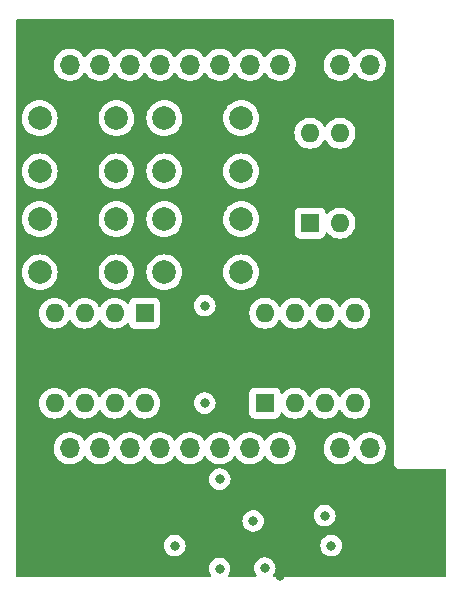
<source format=gbr>
%TF.GenerationSoftware,KiCad,Pcbnew,(6.0.9-0)*%
%TF.CreationDate,2022-11-13T08:04:19-06:00*%
%TF.ProjectId,ProgramingAddOn,50726f67-7261-46d6-996e-674164644f6e,rev?*%
%TF.SameCoordinates,Original*%
%TF.FileFunction,Copper,L5,Inr*%
%TF.FilePolarity,Positive*%
%FSLAX46Y46*%
G04 Gerber Fmt 4.6, Leading zero omitted, Abs format (unit mm)*
G04 Created by KiCad (PCBNEW (6.0.9-0)) date 2022-11-13 08:04:19*
%MOMM*%
%LPD*%
G01*
G04 APERTURE LIST*
%TA.AperFunction,ComponentPad*%
%ADD10C,2.000000*%
%TD*%
%TA.AperFunction,ComponentPad*%
%ADD11R,1.600000X1.600000*%
%TD*%
%TA.AperFunction,ComponentPad*%
%ADD12O,1.600000X1.600000*%
%TD*%
%TA.AperFunction,ComponentPad*%
%ADD13O,1.550000X0.890000*%
%TD*%
%TA.AperFunction,ComponentPad*%
%ADD14O,0.950000X1.250000*%
%TD*%
%TA.AperFunction,ComponentPad*%
%ADD15R,1.700000X1.700000*%
%TD*%
%TA.AperFunction,ComponentPad*%
%ADD16O,1.700000X1.700000*%
%TD*%
%TA.AperFunction,ViaPad*%
%ADD17C,0.800000*%
%TD*%
G04 APERTURE END LIST*
D10*
%TO.N,+3.3V*%
%TO.C,SW2*%
X74050000Y-55880000D03*
X80550000Y-55880000D03*
%TO.N,Net-(SW2-Pad2)*%
X80550000Y-60380000D03*
X74050000Y-60380000D03*
%TD*%
D11*
%TO.N,Net-(SW4-Pad2)*%
%TO.C,SW7*%
X82560000Y-80010000D03*
D12*
%TO.N,Net-(SW2-Pad2)*%
X85100000Y-80010000D03*
%TO.N,Net-(SW6-Pad2)*%
X87640000Y-80010000D03*
%TO.N,Net-(SW3-Pad2)*%
X90180000Y-80010000D03*
%TO.N,/In-0*%
X90180000Y-72390000D03*
%TO.N,/In-1*%
X87640000Y-72390000D03*
%TO.N,/In-2 {slash} RX*%
X85100000Y-72390000D03*
%TO.N,/In-3 {slash} TX*%
X82560000Y-72390000D03*
%TD*%
D13*
%TO.N,GND*%
%TO.C,J1*%
X96550000Y-86581298D03*
D14*
X93850000Y-92581298D03*
X93850000Y-87581298D03*
D13*
X96550000Y-93581298D03*
%TD*%
D11*
%TO.N,/TXD*%
%TO.C,SW1*%
X86380000Y-64770000D03*
D12*
%TO.N,/RXD*%
X88920000Y-64770000D03*
%TO.N,/In-3 {slash} TX*%
X88920000Y-57150000D03*
%TO.N,/In-2 {slash} RX*%
X86380000Y-57150000D03*
%TD*%
D10*
%TO.N,+3.3V*%
%TO.C,SW4*%
X70000000Y-64430000D03*
X63500000Y-64430000D03*
%TO.N,Net-(SW4-Pad2)*%
X63500000Y-68930000D03*
X70000000Y-68930000D03*
%TD*%
%TO.N,+3.3V*%
%TO.C,SW3*%
X70000000Y-55880000D03*
X63500000Y-55880000D03*
%TO.N,Net-(SW3-Pad2)*%
X63500000Y-60380000D03*
X70000000Y-60380000D03*
%TD*%
%TO.N,+3.3V*%
%TO.C,SW6*%
X74050000Y-64430000D03*
X80550000Y-64430000D03*
%TO.N,Net-(SW6-Pad2)*%
X80550000Y-68930000D03*
X74050000Y-68930000D03*
%TD*%
D11*
%TO.N,Net-(D5-Pad1)*%
%TO.C,SW5*%
X72390000Y-72400000D03*
D12*
%TO.N,Net-(D4-Pad1)*%
X69850000Y-72400000D03*
%TO.N,Net-(D2-Pad1)*%
X67310000Y-72400000D03*
%TO.N,Net-(D3-Pad1)*%
X64770000Y-72400000D03*
%TO.N,/Out-0*%
X64770000Y-80020000D03*
%TO.N,/Out-1*%
X67310000Y-80020000D03*
%TO.N,/Out-2*%
X69850000Y-80020000D03*
%TO.N,/Out-3*%
X72390000Y-80020000D03*
%TD*%
D15*
%TO.N,GND*%
%TO.C,J4*%
X63495000Y-51365000D03*
D16*
%TO.N,/In-3 {slash} TX*%
X66035000Y-51365000D03*
%TO.N,/In-2 {slash} RX*%
X68575000Y-51365000D03*
%TO.N,/In-1*%
X71115000Y-51365000D03*
%TO.N,/In-0*%
X73655000Y-51365000D03*
%TO.N,/Out-3*%
X76195000Y-51365000D03*
%TO.N,/Out-2*%
X78735000Y-51365000D03*
%TO.N,/Out-1*%
X81275000Y-51365000D03*
%TO.N,/Out-0*%
X83815000Y-51365000D03*
%TO.N,GND*%
X86355000Y-51365000D03*
%TO.N,+3.3V*%
X88895000Y-51365000D03*
%TO.N,/Reset*%
X91435000Y-51365000D03*
%TD*%
D15*
%TO.N,GND*%
%TO.C,J5*%
X63500000Y-83830000D03*
D16*
%TO.N,/In-3 {slash} TX*%
X66040000Y-83830000D03*
%TO.N,/In-2 {slash} RX*%
X68580000Y-83830000D03*
%TO.N,/In-1*%
X71120000Y-83830000D03*
%TO.N,/In-0*%
X73660000Y-83830000D03*
%TO.N,/Out-3*%
X76200000Y-83830000D03*
%TO.N,/Out-2*%
X78740000Y-83830000D03*
%TO.N,/Out-1*%
X81280000Y-83830000D03*
%TO.N,/Out-0*%
X83820000Y-83830000D03*
%TO.N,GND*%
X86360000Y-83830000D03*
%TO.N,+3.3V*%
X88900000Y-83830000D03*
%TO.N,/Reset*%
X91440000Y-83830000D03*
%TD*%
D17*
%TO.N,VBUS*%
X87630000Y-89535000D03*
X78740000Y-86449500D03*
X88175000Y-92075000D03*
%TO.N,GND*%
X83820000Y-94615000D03*
X72390000Y-92710000D03*
X87630000Y-60325000D03*
X88900000Y-53975000D03*
X64770000Y-57785000D03*
X67310000Y-64770000D03*
X83185000Y-87630000D03*
X92710000Y-54610000D03*
X82550000Y-74930000D03*
X85090000Y-54610000D03*
X86360000Y-92075000D03*
X76200000Y-90170000D03*
X76835000Y-93980000D03*
X87630000Y-75565000D03*
X64770000Y-76835000D03*
X77470000Y-69850000D03*
X81280000Y-86995000D03*
X86360000Y-69850000D03*
X77300000Y-64770000D03*
X77470000Y-55880000D03*
X92710000Y-57785000D03*
X74930000Y-87630000D03*
X92710000Y-61595000D03*
X81695602Y-92254846D03*
X92710000Y-65405000D03*
X67310000Y-59055000D03*
X86360000Y-86995000D03*
X90170000Y-69850000D03*
X78740000Y-91440000D03*
%TO.N,+3.3V*%
X81575767Y-89990500D03*
X74930000Y-92075000D03*
%TO.N,/TXD*%
X78730837Y-94029479D03*
%TO.N,/RXD*%
X82550000Y-93980000D03*
%TO.N,Net-(SW4-Pad2)*%
X77470000Y-71755000D03*
X77470000Y-80010000D03*
%TD*%
%TA.AperFunction,Conductor*%
%TO.N,GND*%
G36*
X93413621Y-47518502D02*
G01*
X93460114Y-47572158D01*
X93471500Y-47624500D01*
X93471500Y-85081377D01*
X93471498Y-85082147D01*
X93471024Y-85159721D01*
X93473491Y-85168352D01*
X93479150Y-85188153D01*
X93482728Y-85204915D01*
X93486920Y-85234187D01*
X93490634Y-85242355D01*
X93490634Y-85242356D01*
X93497548Y-85257562D01*
X93503996Y-85275086D01*
X93511051Y-85299771D01*
X93515843Y-85307365D01*
X93515844Y-85307368D01*
X93526830Y-85324780D01*
X93534969Y-85339863D01*
X93547208Y-85366782D01*
X93553069Y-85373584D01*
X93563970Y-85386235D01*
X93575073Y-85401239D01*
X93588776Y-85422958D01*
X93595501Y-85428897D01*
X93595504Y-85428901D01*
X93610938Y-85442532D01*
X93622982Y-85454724D01*
X93636427Y-85470327D01*
X93636430Y-85470329D01*
X93642287Y-85477127D01*
X93649816Y-85482007D01*
X93649817Y-85482008D01*
X93663835Y-85491094D01*
X93678709Y-85502385D01*
X93691217Y-85513431D01*
X93697951Y-85519378D01*
X93724711Y-85531942D01*
X93739691Y-85540263D01*
X93756983Y-85551471D01*
X93756988Y-85551473D01*
X93764515Y-85556352D01*
X93773108Y-85558922D01*
X93773113Y-85558924D01*
X93789120Y-85563711D01*
X93806564Y-85570372D01*
X93821676Y-85577467D01*
X93821678Y-85577468D01*
X93829800Y-85581281D01*
X93838667Y-85582662D01*
X93838668Y-85582662D01*
X93848310Y-85584163D01*
X93859017Y-85585830D01*
X93875732Y-85589613D01*
X93895466Y-85595515D01*
X93895472Y-85595516D01*
X93904066Y-85598086D01*
X93913037Y-85598141D01*
X93913038Y-85598141D01*
X93923097Y-85598202D01*
X93938506Y-85598296D01*
X93939289Y-85598329D01*
X93940386Y-85598500D01*
X93971377Y-85598500D01*
X93972147Y-85598502D01*
X94045785Y-85598952D01*
X94045786Y-85598952D01*
X94049721Y-85598976D01*
X94051065Y-85598592D01*
X94052410Y-85598500D01*
X97790500Y-85598500D01*
X97858621Y-85618502D01*
X97905114Y-85672158D01*
X97916500Y-85724500D01*
X97916500Y-94615500D01*
X97896498Y-94683621D01*
X97842842Y-94730114D01*
X97790500Y-94741500D01*
X83369849Y-94741500D01*
X83301728Y-94721498D01*
X83255235Y-94667842D01*
X83245131Y-94597568D01*
X83276211Y-94531192D01*
X83289040Y-94516944D01*
X83384527Y-94351556D01*
X83443542Y-94169928D01*
X83463504Y-93980000D01*
X83449432Y-93846114D01*
X83444232Y-93796635D01*
X83444232Y-93796633D01*
X83443542Y-93790072D01*
X83384527Y-93608444D01*
X83289040Y-93443056D01*
X83161253Y-93301134D01*
X83006752Y-93188882D01*
X83000724Y-93186198D01*
X83000722Y-93186197D01*
X82838319Y-93113891D01*
X82838318Y-93113891D01*
X82832288Y-93111206D01*
X82738887Y-93091353D01*
X82651944Y-93072872D01*
X82651939Y-93072872D01*
X82645487Y-93071500D01*
X82454513Y-93071500D01*
X82448061Y-93072872D01*
X82448056Y-93072872D01*
X82361113Y-93091353D01*
X82267712Y-93111206D01*
X82261682Y-93113891D01*
X82261681Y-93113891D01*
X82099278Y-93186197D01*
X82099276Y-93186198D01*
X82093248Y-93188882D01*
X81938747Y-93301134D01*
X81810960Y-93443056D01*
X81715473Y-93608444D01*
X81656458Y-93790072D01*
X81655768Y-93796633D01*
X81655768Y-93796635D01*
X81650568Y-93846114D01*
X81636496Y-93980000D01*
X81656458Y-94169928D01*
X81715473Y-94351556D01*
X81810960Y-94516944D01*
X81823789Y-94531192D01*
X81854505Y-94595198D01*
X81845740Y-94665651D01*
X81800277Y-94720182D01*
X81730151Y-94741500D01*
X79587034Y-94741500D01*
X79518913Y-94721498D01*
X79472420Y-94667842D01*
X79462316Y-94597568D01*
X79477915Y-94552500D01*
X79490219Y-94531190D01*
X79565364Y-94401035D01*
X79624379Y-94219407D01*
X79629580Y-94169928D01*
X79643651Y-94036044D01*
X79644341Y-94029479D01*
X79624379Y-93839551D01*
X79565364Y-93657923D01*
X79469877Y-93492535D01*
X79430475Y-93448774D01*
X79346512Y-93355524D01*
X79346511Y-93355523D01*
X79342090Y-93350613D01*
X79187589Y-93238361D01*
X79181561Y-93235677D01*
X79181559Y-93235676D01*
X79019156Y-93163370D01*
X79019155Y-93163370D01*
X79013125Y-93160685D01*
X78919724Y-93140832D01*
X78832781Y-93122351D01*
X78832776Y-93122351D01*
X78826324Y-93120979D01*
X78635350Y-93120979D01*
X78628898Y-93122351D01*
X78628893Y-93122351D01*
X78541950Y-93140832D01*
X78448549Y-93160685D01*
X78442519Y-93163370D01*
X78442518Y-93163370D01*
X78280115Y-93235676D01*
X78280113Y-93235677D01*
X78274085Y-93238361D01*
X78119584Y-93350613D01*
X78115163Y-93355523D01*
X78115162Y-93355524D01*
X78031200Y-93448774D01*
X77991797Y-93492535D01*
X77896310Y-93657923D01*
X77837295Y-93839551D01*
X77817333Y-94029479D01*
X77818023Y-94036044D01*
X77832095Y-94169928D01*
X77837295Y-94219407D01*
X77896310Y-94401035D01*
X77971456Y-94531190D01*
X77983759Y-94552500D01*
X78000497Y-94621495D01*
X77977277Y-94688587D01*
X77921470Y-94732474D01*
X77874640Y-94741500D01*
X61594500Y-94741500D01*
X61526379Y-94721498D01*
X61479886Y-94667842D01*
X61468500Y-94615500D01*
X61468500Y-92075000D01*
X74016496Y-92075000D01*
X74036458Y-92264928D01*
X74095473Y-92446556D01*
X74190960Y-92611944D01*
X74318747Y-92753866D01*
X74473248Y-92866118D01*
X74479276Y-92868802D01*
X74479278Y-92868803D01*
X74641681Y-92941109D01*
X74647712Y-92943794D01*
X74741113Y-92963647D01*
X74828056Y-92982128D01*
X74828061Y-92982128D01*
X74834513Y-92983500D01*
X75025487Y-92983500D01*
X75031939Y-92982128D01*
X75031944Y-92982128D01*
X75118887Y-92963647D01*
X75212288Y-92943794D01*
X75218319Y-92941109D01*
X75380722Y-92868803D01*
X75380724Y-92868802D01*
X75386752Y-92866118D01*
X75541253Y-92753866D01*
X75669040Y-92611944D01*
X75764527Y-92446556D01*
X75823542Y-92264928D01*
X75843504Y-92075000D01*
X87261496Y-92075000D01*
X87281458Y-92264928D01*
X87340473Y-92446556D01*
X87435960Y-92611944D01*
X87563747Y-92753866D01*
X87718248Y-92866118D01*
X87724276Y-92868802D01*
X87724278Y-92868803D01*
X87886681Y-92941109D01*
X87892712Y-92943794D01*
X87986113Y-92963647D01*
X88073056Y-92982128D01*
X88073061Y-92982128D01*
X88079513Y-92983500D01*
X88270487Y-92983500D01*
X88276939Y-92982128D01*
X88276944Y-92982128D01*
X88363887Y-92963647D01*
X88457288Y-92943794D01*
X88463319Y-92941109D01*
X88625722Y-92868803D01*
X88625724Y-92868802D01*
X88631752Y-92866118D01*
X88786253Y-92753866D01*
X88914040Y-92611944D01*
X89009527Y-92446556D01*
X89068542Y-92264928D01*
X89088504Y-92075000D01*
X89068542Y-91885072D01*
X89009527Y-91703444D01*
X88914040Y-91538056D01*
X88786253Y-91396134D01*
X88631752Y-91283882D01*
X88625724Y-91281198D01*
X88625722Y-91281197D01*
X88463319Y-91208891D01*
X88463318Y-91208891D01*
X88457288Y-91206206D01*
X88363887Y-91186353D01*
X88276944Y-91167872D01*
X88276939Y-91167872D01*
X88270487Y-91166500D01*
X88079513Y-91166500D01*
X88073061Y-91167872D01*
X88073056Y-91167872D01*
X87986113Y-91186353D01*
X87892712Y-91206206D01*
X87886682Y-91208891D01*
X87886681Y-91208891D01*
X87724278Y-91281197D01*
X87724276Y-91281198D01*
X87718248Y-91283882D01*
X87563747Y-91396134D01*
X87435960Y-91538056D01*
X87340473Y-91703444D01*
X87281458Y-91885072D01*
X87261496Y-92075000D01*
X75843504Y-92075000D01*
X75823542Y-91885072D01*
X75764527Y-91703444D01*
X75669040Y-91538056D01*
X75541253Y-91396134D01*
X75386752Y-91283882D01*
X75380724Y-91281198D01*
X75380722Y-91281197D01*
X75218319Y-91208891D01*
X75218318Y-91208891D01*
X75212288Y-91206206D01*
X75118887Y-91186353D01*
X75031944Y-91167872D01*
X75031939Y-91167872D01*
X75025487Y-91166500D01*
X74834513Y-91166500D01*
X74828061Y-91167872D01*
X74828056Y-91167872D01*
X74741113Y-91186353D01*
X74647712Y-91206206D01*
X74641682Y-91208891D01*
X74641681Y-91208891D01*
X74479278Y-91281197D01*
X74479276Y-91281198D01*
X74473248Y-91283882D01*
X74318747Y-91396134D01*
X74190960Y-91538056D01*
X74095473Y-91703444D01*
X74036458Y-91885072D01*
X74016496Y-92075000D01*
X61468500Y-92075000D01*
X61468500Y-89990500D01*
X80662263Y-89990500D01*
X80682225Y-90180428D01*
X80741240Y-90362056D01*
X80836727Y-90527444D01*
X80964514Y-90669366D01*
X81119015Y-90781618D01*
X81125043Y-90784302D01*
X81125045Y-90784303D01*
X81287448Y-90856609D01*
X81293479Y-90859294D01*
X81386879Y-90879147D01*
X81473823Y-90897628D01*
X81473828Y-90897628D01*
X81480280Y-90899000D01*
X81671254Y-90899000D01*
X81677706Y-90897628D01*
X81677711Y-90897628D01*
X81764655Y-90879147D01*
X81858055Y-90859294D01*
X81864086Y-90856609D01*
X82026489Y-90784303D01*
X82026491Y-90784302D01*
X82032519Y-90781618D01*
X82187020Y-90669366D01*
X82314807Y-90527444D01*
X82410294Y-90362056D01*
X82469309Y-90180428D01*
X82489271Y-89990500D01*
X82469309Y-89800572D01*
X82410294Y-89618944D01*
X82361829Y-89535000D01*
X86716496Y-89535000D01*
X86736458Y-89724928D01*
X86795473Y-89906556D01*
X86890960Y-90071944D01*
X87018747Y-90213866D01*
X87173248Y-90326118D01*
X87179276Y-90328802D01*
X87179278Y-90328803D01*
X87341681Y-90401109D01*
X87347712Y-90403794D01*
X87441113Y-90423647D01*
X87528056Y-90442128D01*
X87528061Y-90442128D01*
X87534513Y-90443500D01*
X87725487Y-90443500D01*
X87731939Y-90442128D01*
X87731944Y-90442128D01*
X87818887Y-90423647D01*
X87912288Y-90403794D01*
X87918319Y-90401109D01*
X88080722Y-90328803D01*
X88080724Y-90328802D01*
X88086752Y-90326118D01*
X88241253Y-90213866D01*
X88369040Y-90071944D01*
X88464527Y-89906556D01*
X88523542Y-89724928D01*
X88543504Y-89535000D01*
X88523542Y-89345072D01*
X88464527Y-89163444D01*
X88369040Y-88998056D01*
X88241253Y-88856134D01*
X88086752Y-88743882D01*
X88080724Y-88741198D01*
X88080722Y-88741197D01*
X87918319Y-88668891D01*
X87918318Y-88668891D01*
X87912288Y-88666206D01*
X87818887Y-88646353D01*
X87731944Y-88627872D01*
X87731939Y-88627872D01*
X87725487Y-88626500D01*
X87534513Y-88626500D01*
X87528061Y-88627872D01*
X87528056Y-88627872D01*
X87441113Y-88646353D01*
X87347712Y-88666206D01*
X87341682Y-88668891D01*
X87341681Y-88668891D01*
X87179278Y-88741197D01*
X87179276Y-88741198D01*
X87173248Y-88743882D01*
X87018747Y-88856134D01*
X86890960Y-88998056D01*
X86795473Y-89163444D01*
X86736458Y-89345072D01*
X86716496Y-89535000D01*
X82361829Y-89535000D01*
X82314807Y-89453556D01*
X82187020Y-89311634D01*
X82032519Y-89199382D01*
X82026491Y-89196698D01*
X82026489Y-89196697D01*
X81864086Y-89124391D01*
X81864085Y-89124391D01*
X81858055Y-89121706D01*
X81764655Y-89101853D01*
X81677711Y-89083372D01*
X81677706Y-89083372D01*
X81671254Y-89082000D01*
X81480280Y-89082000D01*
X81473828Y-89083372D01*
X81473823Y-89083372D01*
X81386879Y-89101853D01*
X81293479Y-89121706D01*
X81287449Y-89124391D01*
X81287448Y-89124391D01*
X81125045Y-89196697D01*
X81125043Y-89196698D01*
X81119015Y-89199382D01*
X80964514Y-89311634D01*
X80836727Y-89453556D01*
X80741240Y-89618944D01*
X80682225Y-89800572D01*
X80662263Y-89990500D01*
X61468500Y-89990500D01*
X61468500Y-86449500D01*
X77826496Y-86449500D01*
X77846458Y-86639428D01*
X77905473Y-86821056D01*
X78000960Y-86986444D01*
X78128747Y-87128366D01*
X78283248Y-87240618D01*
X78289276Y-87243302D01*
X78289278Y-87243303D01*
X78451681Y-87315609D01*
X78457712Y-87318294D01*
X78551112Y-87338147D01*
X78638056Y-87356628D01*
X78638061Y-87356628D01*
X78644513Y-87358000D01*
X78835487Y-87358000D01*
X78841939Y-87356628D01*
X78841944Y-87356628D01*
X78928888Y-87338147D01*
X79022288Y-87318294D01*
X79028319Y-87315609D01*
X79190722Y-87243303D01*
X79190724Y-87243302D01*
X79196752Y-87240618D01*
X79351253Y-87128366D01*
X79479040Y-86986444D01*
X79574527Y-86821056D01*
X79633542Y-86639428D01*
X79653504Y-86449500D01*
X79633542Y-86259572D01*
X79574527Y-86077944D01*
X79479040Y-85912556D01*
X79351253Y-85770634D01*
X79196752Y-85658382D01*
X79190724Y-85655698D01*
X79190722Y-85655697D01*
X79028319Y-85583391D01*
X79028318Y-85583391D01*
X79022288Y-85580706D01*
X78928888Y-85560853D01*
X78841944Y-85542372D01*
X78841939Y-85542372D01*
X78835487Y-85541000D01*
X78644513Y-85541000D01*
X78638061Y-85542372D01*
X78638056Y-85542372D01*
X78551112Y-85560853D01*
X78457712Y-85580706D01*
X78451682Y-85583391D01*
X78451681Y-85583391D01*
X78289278Y-85655697D01*
X78289276Y-85655698D01*
X78283248Y-85658382D01*
X78128747Y-85770634D01*
X78000960Y-85912556D01*
X77905473Y-86077944D01*
X77846458Y-86259572D01*
X77826496Y-86449500D01*
X61468500Y-86449500D01*
X61468500Y-83796695D01*
X64677251Y-83796695D01*
X64677548Y-83801848D01*
X64677548Y-83801851D01*
X64683011Y-83896590D01*
X64690110Y-84019715D01*
X64691247Y-84024761D01*
X64691248Y-84024767D01*
X64711119Y-84112939D01*
X64739222Y-84237639D01*
X64823266Y-84444616D01*
X64874019Y-84527438D01*
X64937291Y-84630688D01*
X64939987Y-84635088D01*
X65086250Y-84803938D01*
X65258126Y-84946632D01*
X65451000Y-85059338D01*
X65659692Y-85139030D01*
X65664760Y-85140061D01*
X65664763Y-85140062D01*
X65761391Y-85159721D01*
X65878597Y-85183567D01*
X65883772Y-85183757D01*
X65883774Y-85183757D01*
X66096673Y-85191564D01*
X66096677Y-85191564D01*
X66101837Y-85191753D01*
X66106957Y-85191097D01*
X66106959Y-85191097D01*
X66318288Y-85164025D01*
X66318289Y-85164025D01*
X66323416Y-85163368D01*
X66365487Y-85150746D01*
X66532429Y-85100661D01*
X66532434Y-85100659D01*
X66537384Y-85099174D01*
X66737994Y-85000896D01*
X66919860Y-84871173D01*
X67078096Y-84713489D01*
X67137594Y-84630689D01*
X67208453Y-84532077D01*
X67209776Y-84533028D01*
X67256645Y-84489857D01*
X67326580Y-84477625D01*
X67392026Y-84505144D01*
X67419875Y-84536994D01*
X67479987Y-84635088D01*
X67626250Y-84803938D01*
X67798126Y-84946632D01*
X67991000Y-85059338D01*
X68199692Y-85139030D01*
X68204760Y-85140061D01*
X68204763Y-85140062D01*
X68301391Y-85159721D01*
X68418597Y-85183567D01*
X68423772Y-85183757D01*
X68423774Y-85183757D01*
X68636673Y-85191564D01*
X68636677Y-85191564D01*
X68641837Y-85191753D01*
X68646957Y-85191097D01*
X68646959Y-85191097D01*
X68858288Y-85164025D01*
X68858289Y-85164025D01*
X68863416Y-85163368D01*
X68905487Y-85150746D01*
X69072429Y-85100661D01*
X69072434Y-85100659D01*
X69077384Y-85099174D01*
X69277994Y-85000896D01*
X69459860Y-84871173D01*
X69618096Y-84713489D01*
X69677594Y-84630689D01*
X69748453Y-84532077D01*
X69749776Y-84533028D01*
X69796645Y-84489857D01*
X69866580Y-84477625D01*
X69932026Y-84505144D01*
X69959875Y-84536994D01*
X70019987Y-84635088D01*
X70166250Y-84803938D01*
X70338126Y-84946632D01*
X70531000Y-85059338D01*
X70739692Y-85139030D01*
X70744760Y-85140061D01*
X70744763Y-85140062D01*
X70841391Y-85159721D01*
X70958597Y-85183567D01*
X70963772Y-85183757D01*
X70963774Y-85183757D01*
X71176673Y-85191564D01*
X71176677Y-85191564D01*
X71181837Y-85191753D01*
X71186957Y-85191097D01*
X71186959Y-85191097D01*
X71398288Y-85164025D01*
X71398289Y-85164025D01*
X71403416Y-85163368D01*
X71445487Y-85150746D01*
X71612429Y-85100661D01*
X71612434Y-85100659D01*
X71617384Y-85099174D01*
X71817994Y-85000896D01*
X71999860Y-84871173D01*
X72158096Y-84713489D01*
X72217594Y-84630689D01*
X72288453Y-84532077D01*
X72289776Y-84533028D01*
X72336645Y-84489857D01*
X72406580Y-84477625D01*
X72472026Y-84505144D01*
X72499875Y-84536994D01*
X72559987Y-84635088D01*
X72706250Y-84803938D01*
X72878126Y-84946632D01*
X73071000Y-85059338D01*
X73279692Y-85139030D01*
X73284760Y-85140061D01*
X73284763Y-85140062D01*
X73381391Y-85159721D01*
X73498597Y-85183567D01*
X73503772Y-85183757D01*
X73503774Y-85183757D01*
X73716673Y-85191564D01*
X73716677Y-85191564D01*
X73721837Y-85191753D01*
X73726957Y-85191097D01*
X73726959Y-85191097D01*
X73938288Y-85164025D01*
X73938289Y-85164025D01*
X73943416Y-85163368D01*
X73985487Y-85150746D01*
X74152429Y-85100661D01*
X74152434Y-85100659D01*
X74157384Y-85099174D01*
X74357994Y-85000896D01*
X74539860Y-84871173D01*
X74698096Y-84713489D01*
X74757594Y-84630689D01*
X74828453Y-84532077D01*
X74829776Y-84533028D01*
X74876645Y-84489857D01*
X74946580Y-84477625D01*
X75012026Y-84505144D01*
X75039875Y-84536994D01*
X75099987Y-84635088D01*
X75246250Y-84803938D01*
X75418126Y-84946632D01*
X75611000Y-85059338D01*
X75819692Y-85139030D01*
X75824760Y-85140061D01*
X75824763Y-85140062D01*
X75921391Y-85159721D01*
X76038597Y-85183567D01*
X76043772Y-85183757D01*
X76043774Y-85183757D01*
X76256673Y-85191564D01*
X76256677Y-85191564D01*
X76261837Y-85191753D01*
X76266957Y-85191097D01*
X76266959Y-85191097D01*
X76478288Y-85164025D01*
X76478289Y-85164025D01*
X76483416Y-85163368D01*
X76525487Y-85150746D01*
X76692429Y-85100661D01*
X76692434Y-85100659D01*
X76697384Y-85099174D01*
X76897994Y-85000896D01*
X77079860Y-84871173D01*
X77238096Y-84713489D01*
X77297594Y-84630689D01*
X77368453Y-84532077D01*
X77369776Y-84533028D01*
X77416645Y-84489857D01*
X77486580Y-84477625D01*
X77552026Y-84505144D01*
X77579875Y-84536994D01*
X77639987Y-84635088D01*
X77786250Y-84803938D01*
X77958126Y-84946632D01*
X78151000Y-85059338D01*
X78359692Y-85139030D01*
X78364760Y-85140061D01*
X78364763Y-85140062D01*
X78461391Y-85159721D01*
X78578597Y-85183567D01*
X78583772Y-85183757D01*
X78583774Y-85183757D01*
X78796673Y-85191564D01*
X78796677Y-85191564D01*
X78801837Y-85191753D01*
X78806957Y-85191097D01*
X78806959Y-85191097D01*
X79018288Y-85164025D01*
X79018289Y-85164025D01*
X79023416Y-85163368D01*
X79065487Y-85150746D01*
X79232429Y-85100661D01*
X79232434Y-85100659D01*
X79237384Y-85099174D01*
X79437994Y-85000896D01*
X79619860Y-84871173D01*
X79778096Y-84713489D01*
X79837594Y-84630689D01*
X79908453Y-84532077D01*
X79909776Y-84533028D01*
X79956645Y-84489857D01*
X80026580Y-84477625D01*
X80092026Y-84505144D01*
X80119875Y-84536994D01*
X80179987Y-84635088D01*
X80326250Y-84803938D01*
X80498126Y-84946632D01*
X80691000Y-85059338D01*
X80899692Y-85139030D01*
X80904760Y-85140061D01*
X80904763Y-85140062D01*
X81001391Y-85159721D01*
X81118597Y-85183567D01*
X81123772Y-85183757D01*
X81123774Y-85183757D01*
X81336673Y-85191564D01*
X81336677Y-85191564D01*
X81341837Y-85191753D01*
X81346957Y-85191097D01*
X81346959Y-85191097D01*
X81558288Y-85164025D01*
X81558289Y-85164025D01*
X81563416Y-85163368D01*
X81605487Y-85150746D01*
X81772429Y-85100661D01*
X81772434Y-85100659D01*
X81777384Y-85099174D01*
X81977994Y-85000896D01*
X82159860Y-84871173D01*
X82318096Y-84713489D01*
X82377594Y-84630689D01*
X82448453Y-84532077D01*
X82449776Y-84533028D01*
X82496645Y-84489857D01*
X82566580Y-84477625D01*
X82632026Y-84505144D01*
X82659875Y-84536994D01*
X82719987Y-84635088D01*
X82866250Y-84803938D01*
X83038126Y-84946632D01*
X83231000Y-85059338D01*
X83439692Y-85139030D01*
X83444760Y-85140061D01*
X83444763Y-85140062D01*
X83541391Y-85159721D01*
X83658597Y-85183567D01*
X83663772Y-85183757D01*
X83663774Y-85183757D01*
X83876673Y-85191564D01*
X83876677Y-85191564D01*
X83881837Y-85191753D01*
X83886957Y-85191097D01*
X83886959Y-85191097D01*
X84098288Y-85164025D01*
X84098289Y-85164025D01*
X84103416Y-85163368D01*
X84145487Y-85150746D01*
X84312429Y-85100661D01*
X84312434Y-85100659D01*
X84317384Y-85099174D01*
X84517994Y-85000896D01*
X84699860Y-84871173D01*
X84858096Y-84713489D01*
X84917594Y-84630689D01*
X84985435Y-84536277D01*
X84988453Y-84532077D01*
X85009320Y-84489857D01*
X85085136Y-84336453D01*
X85085137Y-84336451D01*
X85087430Y-84331811D01*
X85152370Y-84118069D01*
X85181529Y-83896590D01*
X85183156Y-83830000D01*
X85180418Y-83796695D01*
X87537251Y-83796695D01*
X87537548Y-83801848D01*
X87537548Y-83801851D01*
X87543011Y-83896590D01*
X87550110Y-84019715D01*
X87551247Y-84024761D01*
X87551248Y-84024767D01*
X87571119Y-84112939D01*
X87599222Y-84237639D01*
X87683266Y-84444616D01*
X87734019Y-84527438D01*
X87797291Y-84630688D01*
X87799987Y-84635088D01*
X87946250Y-84803938D01*
X88118126Y-84946632D01*
X88311000Y-85059338D01*
X88519692Y-85139030D01*
X88524760Y-85140061D01*
X88524763Y-85140062D01*
X88621391Y-85159721D01*
X88738597Y-85183567D01*
X88743772Y-85183757D01*
X88743774Y-85183757D01*
X88956673Y-85191564D01*
X88956677Y-85191564D01*
X88961837Y-85191753D01*
X88966957Y-85191097D01*
X88966959Y-85191097D01*
X89178288Y-85164025D01*
X89178289Y-85164025D01*
X89183416Y-85163368D01*
X89225487Y-85150746D01*
X89392429Y-85100661D01*
X89392434Y-85100659D01*
X89397384Y-85099174D01*
X89597994Y-85000896D01*
X89779860Y-84871173D01*
X89938096Y-84713489D01*
X89997594Y-84630689D01*
X90068453Y-84532077D01*
X90069776Y-84533028D01*
X90116645Y-84489857D01*
X90186580Y-84477625D01*
X90252026Y-84505144D01*
X90279875Y-84536994D01*
X90339987Y-84635088D01*
X90486250Y-84803938D01*
X90658126Y-84946632D01*
X90851000Y-85059338D01*
X91059692Y-85139030D01*
X91064760Y-85140061D01*
X91064763Y-85140062D01*
X91161391Y-85159721D01*
X91278597Y-85183567D01*
X91283772Y-85183757D01*
X91283774Y-85183757D01*
X91496673Y-85191564D01*
X91496677Y-85191564D01*
X91501837Y-85191753D01*
X91506957Y-85191097D01*
X91506959Y-85191097D01*
X91718288Y-85164025D01*
X91718289Y-85164025D01*
X91723416Y-85163368D01*
X91765487Y-85150746D01*
X91932429Y-85100661D01*
X91932434Y-85100659D01*
X91937384Y-85099174D01*
X92137994Y-85000896D01*
X92319860Y-84871173D01*
X92478096Y-84713489D01*
X92537594Y-84630689D01*
X92605435Y-84536277D01*
X92608453Y-84532077D01*
X92629320Y-84489857D01*
X92705136Y-84336453D01*
X92705137Y-84336451D01*
X92707430Y-84331811D01*
X92772370Y-84118069D01*
X92801529Y-83896590D01*
X92803156Y-83830000D01*
X92784852Y-83607361D01*
X92730431Y-83390702D01*
X92641354Y-83185840D01*
X92520014Y-82998277D01*
X92369670Y-82833051D01*
X92365619Y-82829852D01*
X92365615Y-82829848D01*
X92198414Y-82697800D01*
X92198410Y-82697798D01*
X92194359Y-82694598D01*
X91998789Y-82586638D01*
X91993920Y-82584914D01*
X91993916Y-82584912D01*
X91793087Y-82513795D01*
X91793083Y-82513794D01*
X91788212Y-82512069D01*
X91783119Y-82511162D01*
X91783116Y-82511161D01*
X91573373Y-82473800D01*
X91573367Y-82473799D01*
X91568284Y-82472894D01*
X91494452Y-82471992D01*
X91350081Y-82470228D01*
X91350079Y-82470228D01*
X91344911Y-82470165D01*
X91124091Y-82503955D01*
X90911756Y-82573357D01*
X90713607Y-82676507D01*
X90709474Y-82679610D01*
X90709471Y-82679612D01*
X90685247Y-82697800D01*
X90534965Y-82810635D01*
X90380629Y-82972138D01*
X90273201Y-83129621D01*
X90218293Y-83174621D01*
X90147768Y-83182792D01*
X90084021Y-83151538D01*
X90063324Y-83127054D01*
X89982822Y-83002617D01*
X89982820Y-83002614D01*
X89980014Y-82998277D01*
X89829670Y-82833051D01*
X89825619Y-82829852D01*
X89825615Y-82829848D01*
X89658414Y-82697800D01*
X89658410Y-82697798D01*
X89654359Y-82694598D01*
X89458789Y-82586638D01*
X89453920Y-82584914D01*
X89453916Y-82584912D01*
X89253087Y-82513795D01*
X89253083Y-82513794D01*
X89248212Y-82512069D01*
X89243119Y-82511162D01*
X89243116Y-82511161D01*
X89033373Y-82473800D01*
X89033367Y-82473799D01*
X89028284Y-82472894D01*
X88954452Y-82471992D01*
X88810081Y-82470228D01*
X88810079Y-82470228D01*
X88804911Y-82470165D01*
X88584091Y-82503955D01*
X88371756Y-82573357D01*
X88173607Y-82676507D01*
X88169474Y-82679610D01*
X88169471Y-82679612D01*
X88145247Y-82697800D01*
X87994965Y-82810635D01*
X87840629Y-82972138D01*
X87714743Y-83156680D01*
X87620688Y-83359305D01*
X87560989Y-83574570D01*
X87537251Y-83796695D01*
X85180418Y-83796695D01*
X85164852Y-83607361D01*
X85110431Y-83390702D01*
X85021354Y-83185840D01*
X84900014Y-82998277D01*
X84749670Y-82833051D01*
X84745619Y-82829852D01*
X84745615Y-82829848D01*
X84578414Y-82697800D01*
X84578410Y-82697798D01*
X84574359Y-82694598D01*
X84378789Y-82586638D01*
X84373920Y-82584914D01*
X84373916Y-82584912D01*
X84173087Y-82513795D01*
X84173083Y-82513794D01*
X84168212Y-82512069D01*
X84163119Y-82511162D01*
X84163116Y-82511161D01*
X83953373Y-82473800D01*
X83953367Y-82473799D01*
X83948284Y-82472894D01*
X83874452Y-82471992D01*
X83730081Y-82470228D01*
X83730079Y-82470228D01*
X83724911Y-82470165D01*
X83504091Y-82503955D01*
X83291756Y-82573357D01*
X83093607Y-82676507D01*
X83089474Y-82679610D01*
X83089471Y-82679612D01*
X83065247Y-82697800D01*
X82914965Y-82810635D01*
X82760629Y-82972138D01*
X82653201Y-83129621D01*
X82598293Y-83174621D01*
X82527768Y-83182792D01*
X82464021Y-83151538D01*
X82443324Y-83127054D01*
X82362822Y-83002617D01*
X82362820Y-83002614D01*
X82360014Y-82998277D01*
X82209670Y-82833051D01*
X82205619Y-82829852D01*
X82205615Y-82829848D01*
X82038414Y-82697800D01*
X82038410Y-82697798D01*
X82034359Y-82694598D01*
X81838789Y-82586638D01*
X81833920Y-82584914D01*
X81833916Y-82584912D01*
X81633087Y-82513795D01*
X81633083Y-82513794D01*
X81628212Y-82512069D01*
X81623119Y-82511162D01*
X81623116Y-82511161D01*
X81413373Y-82473800D01*
X81413367Y-82473799D01*
X81408284Y-82472894D01*
X81334452Y-82471992D01*
X81190081Y-82470228D01*
X81190079Y-82470228D01*
X81184911Y-82470165D01*
X80964091Y-82503955D01*
X80751756Y-82573357D01*
X80553607Y-82676507D01*
X80549474Y-82679610D01*
X80549471Y-82679612D01*
X80525247Y-82697800D01*
X80374965Y-82810635D01*
X80220629Y-82972138D01*
X80113201Y-83129621D01*
X80058293Y-83174621D01*
X79987768Y-83182792D01*
X79924021Y-83151538D01*
X79903324Y-83127054D01*
X79822822Y-83002617D01*
X79822820Y-83002614D01*
X79820014Y-82998277D01*
X79669670Y-82833051D01*
X79665619Y-82829852D01*
X79665615Y-82829848D01*
X79498414Y-82697800D01*
X79498410Y-82697798D01*
X79494359Y-82694598D01*
X79298789Y-82586638D01*
X79293920Y-82584914D01*
X79293916Y-82584912D01*
X79093087Y-82513795D01*
X79093083Y-82513794D01*
X79088212Y-82512069D01*
X79083119Y-82511162D01*
X79083116Y-82511161D01*
X78873373Y-82473800D01*
X78873367Y-82473799D01*
X78868284Y-82472894D01*
X78794452Y-82471992D01*
X78650081Y-82470228D01*
X78650079Y-82470228D01*
X78644911Y-82470165D01*
X78424091Y-82503955D01*
X78211756Y-82573357D01*
X78013607Y-82676507D01*
X78009474Y-82679610D01*
X78009471Y-82679612D01*
X77985247Y-82697800D01*
X77834965Y-82810635D01*
X77680629Y-82972138D01*
X77573201Y-83129621D01*
X77518293Y-83174621D01*
X77447768Y-83182792D01*
X77384021Y-83151538D01*
X77363324Y-83127054D01*
X77282822Y-83002617D01*
X77282820Y-83002614D01*
X77280014Y-82998277D01*
X77129670Y-82833051D01*
X77125619Y-82829852D01*
X77125615Y-82829848D01*
X76958414Y-82697800D01*
X76958410Y-82697798D01*
X76954359Y-82694598D01*
X76758789Y-82586638D01*
X76753920Y-82584914D01*
X76753916Y-82584912D01*
X76553087Y-82513795D01*
X76553083Y-82513794D01*
X76548212Y-82512069D01*
X76543119Y-82511162D01*
X76543116Y-82511161D01*
X76333373Y-82473800D01*
X76333367Y-82473799D01*
X76328284Y-82472894D01*
X76254452Y-82471992D01*
X76110081Y-82470228D01*
X76110079Y-82470228D01*
X76104911Y-82470165D01*
X75884091Y-82503955D01*
X75671756Y-82573357D01*
X75473607Y-82676507D01*
X75469474Y-82679610D01*
X75469471Y-82679612D01*
X75445247Y-82697800D01*
X75294965Y-82810635D01*
X75140629Y-82972138D01*
X75033201Y-83129621D01*
X74978293Y-83174621D01*
X74907768Y-83182792D01*
X74844021Y-83151538D01*
X74823324Y-83127054D01*
X74742822Y-83002617D01*
X74742820Y-83002614D01*
X74740014Y-82998277D01*
X74589670Y-82833051D01*
X74585619Y-82829852D01*
X74585615Y-82829848D01*
X74418414Y-82697800D01*
X74418410Y-82697798D01*
X74414359Y-82694598D01*
X74218789Y-82586638D01*
X74213920Y-82584914D01*
X74213916Y-82584912D01*
X74013087Y-82513795D01*
X74013083Y-82513794D01*
X74008212Y-82512069D01*
X74003119Y-82511162D01*
X74003116Y-82511161D01*
X73793373Y-82473800D01*
X73793367Y-82473799D01*
X73788284Y-82472894D01*
X73714452Y-82471992D01*
X73570081Y-82470228D01*
X73570079Y-82470228D01*
X73564911Y-82470165D01*
X73344091Y-82503955D01*
X73131756Y-82573357D01*
X72933607Y-82676507D01*
X72929474Y-82679610D01*
X72929471Y-82679612D01*
X72905247Y-82697800D01*
X72754965Y-82810635D01*
X72600629Y-82972138D01*
X72493201Y-83129621D01*
X72438293Y-83174621D01*
X72367768Y-83182792D01*
X72304021Y-83151538D01*
X72283324Y-83127054D01*
X72202822Y-83002617D01*
X72202820Y-83002614D01*
X72200014Y-82998277D01*
X72049670Y-82833051D01*
X72045619Y-82829852D01*
X72045615Y-82829848D01*
X71878414Y-82697800D01*
X71878410Y-82697798D01*
X71874359Y-82694598D01*
X71678789Y-82586638D01*
X71673920Y-82584914D01*
X71673916Y-82584912D01*
X71473087Y-82513795D01*
X71473083Y-82513794D01*
X71468212Y-82512069D01*
X71463119Y-82511162D01*
X71463116Y-82511161D01*
X71253373Y-82473800D01*
X71253367Y-82473799D01*
X71248284Y-82472894D01*
X71174452Y-82471992D01*
X71030081Y-82470228D01*
X71030079Y-82470228D01*
X71024911Y-82470165D01*
X70804091Y-82503955D01*
X70591756Y-82573357D01*
X70393607Y-82676507D01*
X70389474Y-82679610D01*
X70389471Y-82679612D01*
X70365247Y-82697800D01*
X70214965Y-82810635D01*
X70060629Y-82972138D01*
X69953201Y-83129621D01*
X69898293Y-83174621D01*
X69827768Y-83182792D01*
X69764021Y-83151538D01*
X69743324Y-83127054D01*
X69662822Y-83002617D01*
X69662820Y-83002614D01*
X69660014Y-82998277D01*
X69509670Y-82833051D01*
X69505619Y-82829852D01*
X69505615Y-82829848D01*
X69338414Y-82697800D01*
X69338410Y-82697798D01*
X69334359Y-82694598D01*
X69138789Y-82586638D01*
X69133920Y-82584914D01*
X69133916Y-82584912D01*
X68933087Y-82513795D01*
X68933083Y-82513794D01*
X68928212Y-82512069D01*
X68923119Y-82511162D01*
X68923116Y-82511161D01*
X68713373Y-82473800D01*
X68713367Y-82473799D01*
X68708284Y-82472894D01*
X68634452Y-82471992D01*
X68490081Y-82470228D01*
X68490079Y-82470228D01*
X68484911Y-82470165D01*
X68264091Y-82503955D01*
X68051756Y-82573357D01*
X67853607Y-82676507D01*
X67849474Y-82679610D01*
X67849471Y-82679612D01*
X67825247Y-82697800D01*
X67674965Y-82810635D01*
X67520629Y-82972138D01*
X67413201Y-83129621D01*
X67358293Y-83174621D01*
X67287768Y-83182792D01*
X67224021Y-83151538D01*
X67203324Y-83127054D01*
X67122822Y-83002617D01*
X67122820Y-83002614D01*
X67120014Y-82998277D01*
X66969670Y-82833051D01*
X66965619Y-82829852D01*
X66965615Y-82829848D01*
X66798414Y-82697800D01*
X66798410Y-82697798D01*
X66794359Y-82694598D01*
X66598789Y-82586638D01*
X66593920Y-82584914D01*
X66593916Y-82584912D01*
X66393087Y-82513795D01*
X66393083Y-82513794D01*
X66388212Y-82512069D01*
X66383119Y-82511162D01*
X66383116Y-82511161D01*
X66173373Y-82473800D01*
X66173367Y-82473799D01*
X66168284Y-82472894D01*
X66094452Y-82471992D01*
X65950081Y-82470228D01*
X65950079Y-82470228D01*
X65944911Y-82470165D01*
X65724091Y-82503955D01*
X65511756Y-82573357D01*
X65313607Y-82676507D01*
X65309474Y-82679610D01*
X65309471Y-82679612D01*
X65285247Y-82697800D01*
X65134965Y-82810635D01*
X64980629Y-82972138D01*
X64854743Y-83156680D01*
X64760688Y-83359305D01*
X64700989Y-83574570D01*
X64677251Y-83796695D01*
X61468500Y-83796695D01*
X61468500Y-80020000D01*
X63456502Y-80020000D01*
X63476457Y-80248087D01*
X63477881Y-80253400D01*
X63477881Y-80253402D01*
X63531614Y-80453933D01*
X63535716Y-80469243D01*
X63538039Y-80474224D01*
X63538039Y-80474225D01*
X63630151Y-80671762D01*
X63630154Y-80671767D01*
X63632477Y-80676749D01*
X63705902Y-80781611D01*
X63759529Y-80858197D01*
X63763802Y-80864300D01*
X63925700Y-81026198D01*
X63930208Y-81029355D01*
X63930211Y-81029357D01*
X63969268Y-81056705D01*
X64113251Y-81157523D01*
X64118233Y-81159846D01*
X64118238Y-81159849D01*
X64302363Y-81245707D01*
X64320757Y-81254284D01*
X64326065Y-81255706D01*
X64326067Y-81255707D01*
X64536598Y-81312119D01*
X64536600Y-81312119D01*
X64541913Y-81313543D01*
X64770000Y-81333498D01*
X64998087Y-81313543D01*
X65003400Y-81312119D01*
X65003402Y-81312119D01*
X65213933Y-81255707D01*
X65213935Y-81255706D01*
X65219243Y-81254284D01*
X65237637Y-81245707D01*
X65421762Y-81159849D01*
X65421767Y-81159846D01*
X65426749Y-81157523D01*
X65570732Y-81056705D01*
X65609789Y-81029357D01*
X65609792Y-81029355D01*
X65614300Y-81026198D01*
X65776198Y-80864300D01*
X65780472Y-80858197D01*
X65834098Y-80781611D01*
X65907523Y-80676749D01*
X65909846Y-80671767D01*
X65909849Y-80671762D01*
X65925805Y-80637543D01*
X65972722Y-80584258D01*
X66040999Y-80564797D01*
X66108959Y-80585339D01*
X66154195Y-80637543D01*
X66170151Y-80671762D01*
X66170154Y-80671767D01*
X66172477Y-80676749D01*
X66245902Y-80781611D01*
X66299529Y-80858197D01*
X66303802Y-80864300D01*
X66465700Y-81026198D01*
X66470208Y-81029355D01*
X66470211Y-81029357D01*
X66509268Y-81056705D01*
X66653251Y-81157523D01*
X66658233Y-81159846D01*
X66658238Y-81159849D01*
X66842363Y-81245707D01*
X66860757Y-81254284D01*
X66866065Y-81255706D01*
X66866067Y-81255707D01*
X67076598Y-81312119D01*
X67076600Y-81312119D01*
X67081913Y-81313543D01*
X67310000Y-81333498D01*
X67538087Y-81313543D01*
X67543400Y-81312119D01*
X67543402Y-81312119D01*
X67753933Y-81255707D01*
X67753935Y-81255706D01*
X67759243Y-81254284D01*
X67777637Y-81245707D01*
X67961762Y-81159849D01*
X67961767Y-81159846D01*
X67966749Y-81157523D01*
X68110732Y-81056705D01*
X68149789Y-81029357D01*
X68149792Y-81029355D01*
X68154300Y-81026198D01*
X68316198Y-80864300D01*
X68320472Y-80858197D01*
X68374098Y-80781611D01*
X68447523Y-80676749D01*
X68449846Y-80671767D01*
X68449849Y-80671762D01*
X68465805Y-80637543D01*
X68512722Y-80584258D01*
X68580999Y-80564797D01*
X68648959Y-80585339D01*
X68694195Y-80637543D01*
X68710151Y-80671762D01*
X68710154Y-80671767D01*
X68712477Y-80676749D01*
X68785902Y-80781611D01*
X68839529Y-80858197D01*
X68843802Y-80864300D01*
X69005700Y-81026198D01*
X69010208Y-81029355D01*
X69010211Y-81029357D01*
X69049268Y-81056705D01*
X69193251Y-81157523D01*
X69198233Y-81159846D01*
X69198238Y-81159849D01*
X69382363Y-81245707D01*
X69400757Y-81254284D01*
X69406065Y-81255706D01*
X69406067Y-81255707D01*
X69616598Y-81312119D01*
X69616600Y-81312119D01*
X69621913Y-81313543D01*
X69850000Y-81333498D01*
X70078087Y-81313543D01*
X70083400Y-81312119D01*
X70083402Y-81312119D01*
X70293933Y-81255707D01*
X70293935Y-81255706D01*
X70299243Y-81254284D01*
X70317637Y-81245707D01*
X70501762Y-81159849D01*
X70501767Y-81159846D01*
X70506749Y-81157523D01*
X70650732Y-81056705D01*
X70689789Y-81029357D01*
X70689792Y-81029355D01*
X70694300Y-81026198D01*
X70856198Y-80864300D01*
X70860472Y-80858197D01*
X70914098Y-80781611D01*
X70987523Y-80676749D01*
X70989846Y-80671767D01*
X70989849Y-80671762D01*
X71005805Y-80637543D01*
X71052722Y-80584258D01*
X71120999Y-80564797D01*
X71188959Y-80585339D01*
X71234195Y-80637543D01*
X71250151Y-80671762D01*
X71250154Y-80671767D01*
X71252477Y-80676749D01*
X71325902Y-80781611D01*
X71379529Y-80858197D01*
X71383802Y-80864300D01*
X71545700Y-81026198D01*
X71550208Y-81029355D01*
X71550211Y-81029357D01*
X71589268Y-81056705D01*
X71733251Y-81157523D01*
X71738233Y-81159846D01*
X71738238Y-81159849D01*
X71922363Y-81245707D01*
X71940757Y-81254284D01*
X71946065Y-81255706D01*
X71946067Y-81255707D01*
X72156598Y-81312119D01*
X72156600Y-81312119D01*
X72161913Y-81313543D01*
X72390000Y-81333498D01*
X72618087Y-81313543D01*
X72623400Y-81312119D01*
X72623402Y-81312119D01*
X72833933Y-81255707D01*
X72833935Y-81255706D01*
X72839243Y-81254284D01*
X72857637Y-81245707D01*
X73041762Y-81159849D01*
X73041767Y-81159846D01*
X73046749Y-81157523D01*
X73190732Y-81056705D01*
X73229789Y-81029357D01*
X73229792Y-81029355D01*
X73234300Y-81026198D01*
X73396198Y-80864300D01*
X73400472Y-80858197D01*
X73454098Y-80781611D01*
X73527523Y-80676749D01*
X73529846Y-80671767D01*
X73529849Y-80671762D01*
X73621961Y-80474225D01*
X73621961Y-80474224D01*
X73624284Y-80469243D01*
X73628387Y-80453933D01*
X73682119Y-80253402D01*
X73682119Y-80253400D01*
X73683543Y-80248087D01*
X73703498Y-80020000D01*
X73702623Y-80010000D01*
X76556496Y-80010000D01*
X76576458Y-80199928D01*
X76635473Y-80381556D01*
X76730960Y-80546944D01*
X76735378Y-80551851D01*
X76735379Y-80551852D01*
X76847837Y-80676749D01*
X76858747Y-80688866D01*
X77013248Y-80801118D01*
X77019276Y-80803802D01*
X77019278Y-80803803D01*
X77181681Y-80876109D01*
X77187712Y-80878794D01*
X77281112Y-80898647D01*
X77368056Y-80917128D01*
X77368061Y-80917128D01*
X77374513Y-80918500D01*
X77565487Y-80918500D01*
X77571939Y-80917128D01*
X77571944Y-80917128D01*
X77658888Y-80898647D01*
X77752288Y-80878794D01*
X77758319Y-80876109D01*
X77798692Y-80858134D01*
X81251500Y-80858134D01*
X81258255Y-80920316D01*
X81309385Y-81056705D01*
X81396739Y-81173261D01*
X81513295Y-81260615D01*
X81649684Y-81311745D01*
X81711866Y-81318500D01*
X83408134Y-81318500D01*
X83470316Y-81311745D01*
X83606705Y-81260615D01*
X83723261Y-81173261D01*
X83810615Y-81056705D01*
X83861745Y-80920316D01*
X83862917Y-80909526D01*
X83863803Y-80907394D01*
X83864425Y-80904778D01*
X83864848Y-80904879D01*
X83890155Y-80843965D01*
X83948517Y-80803537D01*
X84019471Y-80801078D01*
X84080490Y-80837371D01*
X84087489Y-80846031D01*
X84090643Y-80849789D01*
X84093802Y-80854300D01*
X84255700Y-81016198D01*
X84260208Y-81019355D01*
X84260211Y-81019357D01*
X84269981Y-81026198D01*
X84443251Y-81147523D01*
X84448233Y-81149846D01*
X84448238Y-81149849D01*
X84645775Y-81241961D01*
X84650757Y-81244284D01*
X84656065Y-81245706D01*
X84656067Y-81245707D01*
X84866598Y-81302119D01*
X84866600Y-81302119D01*
X84871913Y-81303543D01*
X85100000Y-81323498D01*
X85328087Y-81303543D01*
X85333400Y-81302119D01*
X85333402Y-81302119D01*
X85543933Y-81245707D01*
X85543935Y-81245706D01*
X85549243Y-81244284D01*
X85554225Y-81241961D01*
X85751762Y-81149849D01*
X85751767Y-81149846D01*
X85756749Y-81147523D01*
X85930019Y-81026198D01*
X85939789Y-81019357D01*
X85939792Y-81019355D01*
X85944300Y-81016198D01*
X86106198Y-80854300D01*
X86141557Y-80803803D01*
X86164098Y-80771611D01*
X86237523Y-80666749D01*
X86239846Y-80661767D01*
X86239849Y-80661762D01*
X86255805Y-80627543D01*
X86302722Y-80574258D01*
X86370999Y-80554797D01*
X86438959Y-80575339D01*
X86484195Y-80627543D01*
X86500151Y-80661762D01*
X86500154Y-80661767D01*
X86502477Y-80666749D01*
X86575902Y-80771611D01*
X86598444Y-80803803D01*
X86633802Y-80854300D01*
X86795700Y-81016198D01*
X86800208Y-81019355D01*
X86800211Y-81019357D01*
X86809981Y-81026198D01*
X86983251Y-81147523D01*
X86988233Y-81149846D01*
X86988238Y-81149849D01*
X87185775Y-81241961D01*
X87190757Y-81244284D01*
X87196065Y-81245706D01*
X87196067Y-81245707D01*
X87406598Y-81302119D01*
X87406600Y-81302119D01*
X87411913Y-81303543D01*
X87640000Y-81323498D01*
X87868087Y-81303543D01*
X87873400Y-81302119D01*
X87873402Y-81302119D01*
X88083933Y-81245707D01*
X88083935Y-81245706D01*
X88089243Y-81244284D01*
X88094225Y-81241961D01*
X88291762Y-81149849D01*
X88291767Y-81149846D01*
X88296749Y-81147523D01*
X88470019Y-81026198D01*
X88479789Y-81019357D01*
X88479792Y-81019355D01*
X88484300Y-81016198D01*
X88646198Y-80854300D01*
X88681557Y-80803803D01*
X88704098Y-80771611D01*
X88777523Y-80666749D01*
X88779846Y-80661767D01*
X88779849Y-80661762D01*
X88795805Y-80627543D01*
X88842722Y-80574258D01*
X88910999Y-80554797D01*
X88978959Y-80575339D01*
X89024195Y-80627543D01*
X89040151Y-80661762D01*
X89040154Y-80661767D01*
X89042477Y-80666749D01*
X89115902Y-80771611D01*
X89138444Y-80803803D01*
X89173802Y-80854300D01*
X89335700Y-81016198D01*
X89340208Y-81019355D01*
X89340211Y-81019357D01*
X89349981Y-81026198D01*
X89523251Y-81147523D01*
X89528233Y-81149846D01*
X89528238Y-81149849D01*
X89725775Y-81241961D01*
X89730757Y-81244284D01*
X89736065Y-81245706D01*
X89736067Y-81245707D01*
X89946598Y-81302119D01*
X89946600Y-81302119D01*
X89951913Y-81303543D01*
X90180000Y-81323498D01*
X90408087Y-81303543D01*
X90413400Y-81302119D01*
X90413402Y-81302119D01*
X90623933Y-81245707D01*
X90623935Y-81245706D01*
X90629243Y-81244284D01*
X90634225Y-81241961D01*
X90831762Y-81149849D01*
X90831767Y-81149846D01*
X90836749Y-81147523D01*
X91010019Y-81026198D01*
X91019789Y-81019357D01*
X91019792Y-81019355D01*
X91024300Y-81016198D01*
X91186198Y-80854300D01*
X91221557Y-80803803D01*
X91244098Y-80771611D01*
X91317523Y-80666749D01*
X91319846Y-80661767D01*
X91319849Y-80661762D01*
X91411961Y-80464225D01*
X91411961Y-80464224D01*
X91414284Y-80459243D01*
X91436785Y-80375271D01*
X91472119Y-80243402D01*
X91472119Y-80243400D01*
X91473543Y-80238087D01*
X91493498Y-80010000D01*
X91473543Y-79781913D01*
X91450000Y-79694050D01*
X91415707Y-79566067D01*
X91415706Y-79566065D01*
X91414284Y-79560757D01*
X91324512Y-79368238D01*
X91319849Y-79358238D01*
X91319846Y-79358233D01*
X91317523Y-79353251D01*
X91223437Y-79218882D01*
X91189357Y-79170211D01*
X91189355Y-79170208D01*
X91186198Y-79165700D01*
X91024300Y-79003802D01*
X91019792Y-79000645D01*
X91019789Y-79000643D01*
X90851030Y-78882477D01*
X90836749Y-78872477D01*
X90831767Y-78870154D01*
X90831762Y-78870151D01*
X90634225Y-78778039D01*
X90634224Y-78778039D01*
X90629243Y-78775716D01*
X90623935Y-78774294D01*
X90623933Y-78774293D01*
X90413402Y-78717881D01*
X90413400Y-78717881D01*
X90408087Y-78716457D01*
X90180000Y-78696502D01*
X89951913Y-78716457D01*
X89946600Y-78717881D01*
X89946598Y-78717881D01*
X89736067Y-78774293D01*
X89736065Y-78774294D01*
X89730757Y-78775716D01*
X89725776Y-78778039D01*
X89725775Y-78778039D01*
X89528238Y-78870151D01*
X89528233Y-78870154D01*
X89523251Y-78872477D01*
X89508970Y-78882477D01*
X89340211Y-79000643D01*
X89340208Y-79000645D01*
X89335700Y-79003802D01*
X89173802Y-79165700D01*
X89170645Y-79170208D01*
X89170643Y-79170211D01*
X89136563Y-79218882D01*
X89042477Y-79353251D01*
X89040154Y-79358233D01*
X89040151Y-79358238D01*
X89024195Y-79392457D01*
X88977278Y-79445742D01*
X88909001Y-79465203D01*
X88841041Y-79444661D01*
X88795805Y-79392457D01*
X88779849Y-79358238D01*
X88779846Y-79358233D01*
X88777523Y-79353251D01*
X88683437Y-79218882D01*
X88649357Y-79170211D01*
X88649355Y-79170208D01*
X88646198Y-79165700D01*
X88484300Y-79003802D01*
X88479792Y-79000645D01*
X88479789Y-79000643D01*
X88311030Y-78882477D01*
X88296749Y-78872477D01*
X88291767Y-78870154D01*
X88291762Y-78870151D01*
X88094225Y-78778039D01*
X88094224Y-78778039D01*
X88089243Y-78775716D01*
X88083935Y-78774294D01*
X88083933Y-78774293D01*
X87873402Y-78717881D01*
X87873400Y-78717881D01*
X87868087Y-78716457D01*
X87640000Y-78696502D01*
X87411913Y-78716457D01*
X87406600Y-78717881D01*
X87406598Y-78717881D01*
X87196067Y-78774293D01*
X87196065Y-78774294D01*
X87190757Y-78775716D01*
X87185776Y-78778039D01*
X87185775Y-78778039D01*
X86988238Y-78870151D01*
X86988233Y-78870154D01*
X86983251Y-78872477D01*
X86968970Y-78882477D01*
X86800211Y-79000643D01*
X86800208Y-79000645D01*
X86795700Y-79003802D01*
X86633802Y-79165700D01*
X86630645Y-79170208D01*
X86630643Y-79170211D01*
X86596563Y-79218882D01*
X86502477Y-79353251D01*
X86500154Y-79358233D01*
X86500151Y-79358238D01*
X86484195Y-79392457D01*
X86437278Y-79445742D01*
X86369001Y-79465203D01*
X86301041Y-79444661D01*
X86255805Y-79392457D01*
X86239849Y-79358238D01*
X86239846Y-79358233D01*
X86237523Y-79353251D01*
X86143437Y-79218882D01*
X86109357Y-79170211D01*
X86109355Y-79170208D01*
X86106198Y-79165700D01*
X85944300Y-79003802D01*
X85939792Y-79000645D01*
X85939789Y-79000643D01*
X85771030Y-78882477D01*
X85756749Y-78872477D01*
X85751767Y-78870154D01*
X85751762Y-78870151D01*
X85554225Y-78778039D01*
X85554224Y-78778039D01*
X85549243Y-78775716D01*
X85543935Y-78774294D01*
X85543933Y-78774293D01*
X85333402Y-78717881D01*
X85333400Y-78717881D01*
X85328087Y-78716457D01*
X85100000Y-78696502D01*
X84871913Y-78716457D01*
X84866600Y-78717881D01*
X84866598Y-78717881D01*
X84656067Y-78774293D01*
X84656065Y-78774294D01*
X84650757Y-78775716D01*
X84645776Y-78778039D01*
X84645775Y-78778039D01*
X84448238Y-78870151D01*
X84448233Y-78870154D01*
X84443251Y-78872477D01*
X84428970Y-78882477D01*
X84260211Y-79000643D01*
X84260208Y-79000645D01*
X84255700Y-79003802D01*
X84093802Y-79165700D01*
X84090643Y-79170211D01*
X84087108Y-79174424D01*
X84085974Y-79173473D01*
X84035929Y-79213471D01*
X83965310Y-79220776D01*
X83901951Y-79188742D01*
X83865970Y-79127538D01*
X83862918Y-79110483D01*
X83861745Y-79099684D01*
X83810615Y-78963295D01*
X83723261Y-78846739D01*
X83606705Y-78759385D01*
X83470316Y-78708255D01*
X83408134Y-78701500D01*
X81711866Y-78701500D01*
X81649684Y-78708255D01*
X81513295Y-78759385D01*
X81396739Y-78846739D01*
X81309385Y-78963295D01*
X81258255Y-79099684D01*
X81251500Y-79161866D01*
X81251500Y-80858134D01*
X77798692Y-80858134D01*
X77920722Y-80803803D01*
X77920724Y-80803802D01*
X77926752Y-80801118D01*
X78081253Y-80688866D01*
X78092163Y-80676749D01*
X78204621Y-80551852D01*
X78204622Y-80551851D01*
X78209040Y-80546944D01*
X78304527Y-80381556D01*
X78363542Y-80199928D01*
X78383504Y-80010000D01*
X78363542Y-79820072D01*
X78304527Y-79638444D01*
X78209040Y-79473056D01*
X78193451Y-79455742D01*
X78085675Y-79336045D01*
X78085674Y-79336044D01*
X78081253Y-79331134D01*
X77926752Y-79218882D01*
X77920724Y-79216198D01*
X77920722Y-79216197D01*
X77758319Y-79143891D01*
X77758318Y-79143891D01*
X77752288Y-79141206D01*
X77658887Y-79121353D01*
X77571944Y-79102872D01*
X77571939Y-79102872D01*
X77565487Y-79101500D01*
X77374513Y-79101500D01*
X77368061Y-79102872D01*
X77368056Y-79102872D01*
X77281113Y-79121353D01*
X77187712Y-79141206D01*
X77181682Y-79143891D01*
X77181681Y-79143891D01*
X77019278Y-79216197D01*
X77019276Y-79216198D01*
X77013248Y-79218882D01*
X76858747Y-79331134D01*
X76854326Y-79336044D01*
X76854325Y-79336045D01*
X76746550Y-79455742D01*
X76730960Y-79473056D01*
X76635473Y-79638444D01*
X76576458Y-79820072D01*
X76556496Y-80010000D01*
X73702623Y-80010000D01*
X73683543Y-79791913D01*
X73682119Y-79786598D01*
X73625707Y-79576067D01*
X73625706Y-79576065D01*
X73624284Y-79570757D01*
X73541142Y-79392457D01*
X73529849Y-79368238D01*
X73529846Y-79368233D01*
X73527523Y-79363251D01*
X73427761Y-79220776D01*
X73399357Y-79180211D01*
X73399355Y-79180208D01*
X73396198Y-79175700D01*
X73234300Y-79013802D01*
X73229792Y-79010645D01*
X73229789Y-79010643D01*
X73151611Y-78955902D01*
X73046749Y-78882477D01*
X73041767Y-78880154D01*
X73041762Y-78880151D01*
X72844225Y-78788039D01*
X72844224Y-78788039D01*
X72839243Y-78785716D01*
X72833935Y-78784294D01*
X72833933Y-78784293D01*
X72623402Y-78727881D01*
X72623400Y-78727881D01*
X72618087Y-78726457D01*
X72390000Y-78706502D01*
X72161913Y-78726457D01*
X72156600Y-78727881D01*
X72156598Y-78727881D01*
X71946067Y-78784293D01*
X71946065Y-78784294D01*
X71940757Y-78785716D01*
X71935776Y-78788039D01*
X71935775Y-78788039D01*
X71738238Y-78880151D01*
X71738233Y-78880154D01*
X71733251Y-78882477D01*
X71628389Y-78955902D01*
X71550211Y-79010643D01*
X71550208Y-79010645D01*
X71545700Y-79013802D01*
X71383802Y-79175700D01*
X71380645Y-79180208D01*
X71380643Y-79180211D01*
X71352239Y-79220776D01*
X71252477Y-79363251D01*
X71250154Y-79368233D01*
X71250151Y-79368238D01*
X71234195Y-79402457D01*
X71187278Y-79455742D01*
X71119001Y-79475203D01*
X71051041Y-79454661D01*
X71005805Y-79402457D01*
X70989849Y-79368238D01*
X70989846Y-79368233D01*
X70987523Y-79363251D01*
X70887761Y-79220776D01*
X70859357Y-79180211D01*
X70859355Y-79180208D01*
X70856198Y-79175700D01*
X70694300Y-79013802D01*
X70689792Y-79010645D01*
X70689789Y-79010643D01*
X70611611Y-78955902D01*
X70506749Y-78882477D01*
X70501767Y-78880154D01*
X70501762Y-78880151D01*
X70304225Y-78788039D01*
X70304224Y-78788039D01*
X70299243Y-78785716D01*
X70293935Y-78784294D01*
X70293933Y-78784293D01*
X70083402Y-78727881D01*
X70083400Y-78727881D01*
X70078087Y-78726457D01*
X69850000Y-78706502D01*
X69621913Y-78726457D01*
X69616600Y-78727881D01*
X69616598Y-78727881D01*
X69406067Y-78784293D01*
X69406065Y-78784294D01*
X69400757Y-78785716D01*
X69395776Y-78788039D01*
X69395775Y-78788039D01*
X69198238Y-78880151D01*
X69198233Y-78880154D01*
X69193251Y-78882477D01*
X69088389Y-78955902D01*
X69010211Y-79010643D01*
X69010208Y-79010645D01*
X69005700Y-79013802D01*
X68843802Y-79175700D01*
X68840645Y-79180208D01*
X68840643Y-79180211D01*
X68812239Y-79220776D01*
X68712477Y-79363251D01*
X68710154Y-79368233D01*
X68710151Y-79368238D01*
X68694195Y-79402457D01*
X68647278Y-79455742D01*
X68579001Y-79475203D01*
X68511041Y-79454661D01*
X68465805Y-79402457D01*
X68449849Y-79368238D01*
X68449846Y-79368233D01*
X68447523Y-79363251D01*
X68347761Y-79220776D01*
X68319357Y-79180211D01*
X68319355Y-79180208D01*
X68316198Y-79175700D01*
X68154300Y-79013802D01*
X68149792Y-79010645D01*
X68149789Y-79010643D01*
X68071611Y-78955902D01*
X67966749Y-78882477D01*
X67961767Y-78880154D01*
X67961762Y-78880151D01*
X67764225Y-78788039D01*
X67764224Y-78788039D01*
X67759243Y-78785716D01*
X67753935Y-78784294D01*
X67753933Y-78784293D01*
X67543402Y-78727881D01*
X67543400Y-78727881D01*
X67538087Y-78726457D01*
X67310000Y-78706502D01*
X67081913Y-78726457D01*
X67076600Y-78727881D01*
X67076598Y-78727881D01*
X66866067Y-78784293D01*
X66866065Y-78784294D01*
X66860757Y-78785716D01*
X66855776Y-78788039D01*
X66855775Y-78788039D01*
X66658238Y-78880151D01*
X66658233Y-78880154D01*
X66653251Y-78882477D01*
X66548389Y-78955902D01*
X66470211Y-79010643D01*
X66470208Y-79010645D01*
X66465700Y-79013802D01*
X66303802Y-79175700D01*
X66300645Y-79180208D01*
X66300643Y-79180211D01*
X66272239Y-79220776D01*
X66172477Y-79363251D01*
X66170154Y-79368233D01*
X66170151Y-79368238D01*
X66154195Y-79402457D01*
X66107278Y-79455742D01*
X66039001Y-79475203D01*
X65971041Y-79454661D01*
X65925805Y-79402457D01*
X65909849Y-79368238D01*
X65909846Y-79368233D01*
X65907523Y-79363251D01*
X65807761Y-79220776D01*
X65779357Y-79180211D01*
X65779355Y-79180208D01*
X65776198Y-79175700D01*
X65614300Y-79013802D01*
X65609792Y-79010645D01*
X65609789Y-79010643D01*
X65531611Y-78955902D01*
X65426749Y-78882477D01*
X65421767Y-78880154D01*
X65421762Y-78880151D01*
X65224225Y-78788039D01*
X65224224Y-78788039D01*
X65219243Y-78785716D01*
X65213935Y-78784294D01*
X65213933Y-78784293D01*
X65003402Y-78727881D01*
X65003400Y-78727881D01*
X64998087Y-78726457D01*
X64770000Y-78706502D01*
X64541913Y-78726457D01*
X64536600Y-78727881D01*
X64536598Y-78727881D01*
X64326067Y-78784293D01*
X64326065Y-78784294D01*
X64320757Y-78785716D01*
X64315776Y-78788039D01*
X64315775Y-78788039D01*
X64118238Y-78880151D01*
X64118233Y-78880154D01*
X64113251Y-78882477D01*
X64008389Y-78955902D01*
X63930211Y-79010643D01*
X63930208Y-79010645D01*
X63925700Y-79013802D01*
X63763802Y-79175700D01*
X63760645Y-79180208D01*
X63760643Y-79180211D01*
X63732239Y-79220776D01*
X63632477Y-79363251D01*
X63630154Y-79368233D01*
X63630151Y-79368238D01*
X63618858Y-79392457D01*
X63535716Y-79570757D01*
X63534294Y-79576065D01*
X63534293Y-79576067D01*
X63477881Y-79786598D01*
X63476457Y-79791913D01*
X63456502Y-80020000D01*
X61468500Y-80020000D01*
X61468500Y-72400000D01*
X63456502Y-72400000D01*
X63476457Y-72628087D01*
X63477881Y-72633400D01*
X63477881Y-72633402D01*
X63531614Y-72833933D01*
X63535716Y-72849243D01*
X63538039Y-72854224D01*
X63538039Y-72854225D01*
X63630151Y-73051762D01*
X63630154Y-73051767D01*
X63632477Y-73056749D01*
X63635634Y-73061257D01*
X63759529Y-73238197D01*
X63763802Y-73244300D01*
X63925700Y-73406198D01*
X63930208Y-73409355D01*
X63930211Y-73409357D01*
X63971542Y-73438297D01*
X64113251Y-73537523D01*
X64118233Y-73539846D01*
X64118238Y-73539849D01*
X64302363Y-73625707D01*
X64320757Y-73634284D01*
X64326065Y-73635706D01*
X64326067Y-73635707D01*
X64536598Y-73692119D01*
X64536600Y-73692119D01*
X64541913Y-73693543D01*
X64770000Y-73713498D01*
X64998087Y-73693543D01*
X65003400Y-73692119D01*
X65003402Y-73692119D01*
X65213933Y-73635707D01*
X65213935Y-73635706D01*
X65219243Y-73634284D01*
X65237637Y-73625707D01*
X65421762Y-73539849D01*
X65421767Y-73539846D01*
X65426749Y-73537523D01*
X65568458Y-73438297D01*
X65609789Y-73409357D01*
X65609792Y-73409355D01*
X65614300Y-73406198D01*
X65776198Y-73244300D01*
X65780472Y-73238197D01*
X65904366Y-73061257D01*
X65907523Y-73056749D01*
X65909846Y-73051767D01*
X65909849Y-73051762D01*
X65925805Y-73017543D01*
X65972722Y-72964258D01*
X66040999Y-72944797D01*
X66108959Y-72965339D01*
X66154195Y-73017543D01*
X66170151Y-73051762D01*
X66170154Y-73051767D01*
X66172477Y-73056749D01*
X66175634Y-73061257D01*
X66299529Y-73238197D01*
X66303802Y-73244300D01*
X66465700Y-73406198D01*
X66470208Y-73409355D01*
X66470211Y-73409357D01*
X66511542Y-73438297D01*
X66653251Y-73537523D01*
X66658233Y-73539846D01*
X66658238Y-73539849D01*
X66842363Y-73625707D01*
X66860757Y-73634284D01*
X66866065Y-73635706D01*
X66866067Y-73635707D01*
X67076598Y-73692119D01*
X67076600Y-73692119D01*
X67081913Y-73693543D01*
X67310000Y-73713498D01*
X67538087Y-73693543D01*
X67543400Y-73692119D01*
X67543402Y-73692119D01*
X67753933Y-73635707D01*
X67753935Y-73635706D01*
X67759243Y-73634284D01*
X67777637Y-73625707D01*
X67961762Y-73539849D01*
X67961767Y-73539846D01*
X67966749Y-73537523D01*
X68108458Y-73438297D01*
X68149789Y-73409357D01*
X68149792Y-73409355D01*
X68154300Y-73406198D01*
X68316198Y-73244300D01*
X68320472Y-73238197D01*
X68444366Y-73061257D01*
X68447523Y-73056749D01*
X68449846Y-73051767D01*
X68449849Y-73051762D01*
X68465805Y-73017543D01*
X68512722Y-72964258D01*
X68580999Y-72944797D01*
X68648959Y-72965339D01*
X68694195Y-73017543D01*
X68710151Y-73051762D01*
X68710154Y-73051767D01*
X68712477Y-73056749D01*
X68715634Y-73061257D01*
X68839529Y-73238197D01*
X68843802Y-73244300D01*
X69005700Y-73406198D01*
X69010208Y-73409355D01*
X69010211Y-73409357D01*
X69051542Y-73438297D01*
X69193251Y-73537523D01*
X69198233Y-73539846D01*
X69198238Y-73539849D01*
X69382363Y-73625707D01*
X69400757Y-73634284D01*
X69406065Y-73635706D01*
X69406067Y-73635707D01*
X69616598Y-73692119D01*
X69616600Y-73692119D01*
X69621913Y-73693543D01*
X69850000Y-73713498D01*
X70078087Y-73693543D01*
X70083400Y-73692119D01*
X70083402Y-73692119D01*
X70293933Y-73635707D01*
X70293935Y-73635706D01*
X70299243Y-73634284D01*
X70317637Y-73625707D01*
X70501762Y-73539849D01*
X70501767Y-73539846D01*
X70506749Y-73537523D01*
X70648458Y-73438297D01*
X70689789Y-73409357D01*
X70689792Y-73409355D01*
X70694300Y-73406198D01*
X70856198Y-73244300D01*
X70859357Y-73239789D01*
X70862892Y-73235576D01*
X70864026Y-73236527D01*
X70914071Y-73196529D01*
X70984690Y-73189224D01*
X71048049Y-73221258D01*
X71084030Y-73282462D01*
X71087082Y-73299517D01*
X71088255Y-73310316D01*
X71139385Y-73446705D01*
X71226739Y-73563261D01*
X71343295Y-73650615D01*
X71479684Y-73701745D01*
X71541866Y-73708500D01*
X73238134Y-73708500D01*
X73300316Y-73701745D01*
X73436705Y-73650615D01*
X73553261Y-73563261D01*
X73640615Y-73446705D01*
X73691745Y-73310316D01*
X73698500Y-73248134D01*
X73698500Y-71755000D01*
X76556496Y-71755000D01*
X76576458Y-71944928D01*
X76635473Y-72126556D01*
X76730960Y-72291944D01*
X76735378Y-72296851D01*
X76735379Y-72296852D01*
X76828254Y-72400000D01*
X76858747Y-72433866D01*
X77013248Y-72546118D01*
X77019276Y-72548802D01*
X77019278Y-72548803D01*
X77181681Y-72621109D01*
X77187712Y-72623794D01*
X77281113Y-72643647D01*
X77368056Y-72662128D01*
X77368061Y-72662128D01*
X77374513Y-72663500D01*
X77565487Y-72663500D01*
X77571939Y-72662128D01*
X77571944Y-72662128D01*
X77658887Y-72643647D01*
X77752288Y-72623794D01*
X77758319Y-72621109D01*
X77920722Y-72548803D01*
X77920724Y-72548802D01*
X77926752Y-72546118D01*
X78081253Y-72433866D01*
X78111746Y-72400000D01*
X78120750Y-72390000D01*
X81246502Y-72390000D01*
X81266457Y-72618087D01*
X81267881Y-72623400D01*
X81267881Y-72623402D01*
X81292680Y-72715950D01*
X81325716Y-72839243D01*
X81328039Y-72844224D01*
X81328039Y-72844225D01*
X81420151Y-73041762D01*
X81420154Y-73041767D01*
X81422477Y-73046749D01*
X81553802Y-73234300D01*
X81715700Y-73396198D01*
X81720208Y-73399355D01*
X81720211Y-73399357D01*
X81729981Y-73406198D01*
X81903251Y-73527523D01*
X81908233Y-73529846D01*
X81908238Y-73529849D01*
X82105775Y-73621961D01*
X82110757Y-73624284D01*
X82116065Y-73625706D01*
X82116067Y-73625707D01*
X82326598Y-73682119D01*
X82326600Y-73682119D01*
X82331913Y-73683543D01*
X82560000Y-73703498D01*
X82788087Y-73683543D01*
X82793400Y-73682119D01*
X82793402Y-73682119D01*
X83003933Y-73625707D01*
X83003935Y-73625706D01*
X83009243Y-73624284D01*
X83014225Y-73621961D01*
X83211762Y-73529849D01*
X83211767Y-73529846D01*
X83216749Y-73527523D01*
X83390019Y-73406198D01*
X83399789Y-73399357D01*
X83399792Y-73399355D01*
X83404300Y-73396198D01*
X83566198Y-73234300D01*
X83697523Y-73046749D01*
X83699846Y-73041767D01*
X83699849Y-73041762D01*
X83715805Y-73007543D01*
X83762722Y-72954258D01*
X83830999Y-72934797D01*
X83898959Y-72955339D01*
X83944195Y-73007543D01*
X83960151Y-73041762D01*
X83960154Y-73041767D01*
X83962477Y-73046749D01*
X84093802Y-73234300D01*
X84255700Y-73396198D01*
X84260208Y-73399355D01*
X84260211Y-73399357D01*
X84269981Y-73406198D01*
X84443251Y-73527523D01*
X84448233Y-73529846D01*
X84448238Y-73529849D01*
X84645775Y-73621961D01*
X84650757Y-73624284D01*
X84656065Y-73625706D01*
X84656067Y-73625707D01*
X84866598Y-73682119D01*
X84866600Y-73682119D01*
X84871913Y-73683543D01*
X85100000Y-73703498D01*
X85328087Y-73683543D01*
X85333400Y-73682119D01*
X85333402Y-73682119D01*
X85543933Y-73625707D01*
X85543935Y-73625706D01*
X85549243Y-73624284D01*
X85554225Y-73621961D01*
X85751762Y-73529849D01*
X85751767Y-73529846D01*
X85756749Y-73527523D01*
X85930019Y-73406198D01*
X85939789Y-73399357D01*
X85939792Y-73399355D01*
X85944300Y-73396198D01*
X86106198Y-73234300D01*
X86237523Y-73046749D01*
X86239846Y-73041767D01*
X86239849Y-73041762D01*
X86255805Y-73007543D01*
X86302722Y-72954258D01*
X86370999Y-72934797D01*
X86438959Y-72955339D01*
X86484195Y-73007543D01*
X86500151Y-73041762D01*
X86500154Y-73041767D01*
X86502477Y-73046749D01*
X86633802Y-73234300D01*
X86795700Y-73396198D01*
X86800208Y-73399355D01*
X86800211Y-73399357D01*
X86809981Y-73406198D01*
X86983251Y-73527523D01*
X86988233Y-73529846D01*
X86988238Y-73529849D01*
X87185775Y-73621961D01*
X87190757Y-73624284D01*
X87196065Y-73625706D01*
X87196067Y-73625707D01*
X87406598Y-73682119D01*
X87406600Y-73682119D01*
X87411913Y-73683543D01*
X87640000Y-73703498D01*
X87868087Y-73683543D01*
X87873400Y-73682119D01*
X87873402Y-73682119D01*
X88083933Y-73625707D01*
X88083935Y-73625706D01*
X88089243Y-73624284D01*
X88094225Y-73621961D01*
X88291762Y-73529849D01*
X88291767Y-73529846D01*
X88296749Y-73527523D01*
X88470019Y-73406198D01*
X88479789Y-73399357D01*
X88479792Y-73399355D01*
X88484300Y-73396198D01*
X88646198Y-73234300D01*
X88777523Y-73046749D01*
X88779846Y-73041767D01*
X88779849Y-73041762D01*
X88795805Y-73007543D01*
X88842722Y-72954258D01*
X88910999Y-72934797D01*
X88978959Y-72955339D01*
X89024195Y-73007543D01*
X89040151Y-73041762D01*
X89040154Y-73041767D01*
X89042477Y-73046749D01*
X89173802Y-73234300D01*
X89335700Y-73396198D01*
X89340208Y-73399355D01*
X89340211Y-73399357D01*
X89349981Y-73406198D01*
X89523251Y-73527523D01*
X89528233Y-73529846D01*
X89528238Y-73529849D01*
X89725775Y-73621961D01*
X89730757Y-73624284D01*
X89736065Y-73625706D01*
X89736067Y-73625707D01*
X89946598Y-73682119D01*
X89946600Y-73682119D01*
X89951913Y-73683543D01*
X90180000Y-73703498D01*
X90408087Y-73683543D01*
X90413400Y-73682119D01*
X90413402Y-73682119D01*
X90623933Y-73625707D01*
X90623935Y-73625706D01*
X90629243Y-73624284D01*
X90634225Y-73621961D01*
X90831762Y-73529849D01*
X90831767Y-73529846D01*
X90836749Y-73527523D01*
X91010019Y-73406198D01*
X91019789Y-73399357D01*
X91019792Y-73399355D01*
X91024300Y-73396198D01*
X91186198Y-73234300D01*
X91317523Y-73046749D01*
X91319846Y-73041767D01*
X91319849Y-73041762D01*
X91411961Y-72844225D01*
X91411961Y-72844224D01*
X91414284Y-72839243D01*
X91447321Y-72715950D01*
X91472119Y-72623402D01*
X91472119Y-72623400D01*
X91473543Y-72618087D01*
X91493498Y-72390000D01*
X91473543Y-72161913D01*
X91450000Y-72074050D01*
X91415707Y-71946067D01*
X91415706Y-71946065D01*
X91414284Y-71940757D01*
X91327665Y-71755000D01*
X91319849Y-71738238D01*
X91319846Y-71738233D01*
X91317523Y-71733251D01*
X91200437Y-71566035D01*
X91189357Y-71550211D01*
X91189355Y-71550208D01*
X91186198Y-71545700D01*
X91024300Y-71383802D01*
X91019792Y-71380645D01*
X91019789Y-71380643D01*
X90851030Y-71262477D01*
X90836749Y-71252477D01*
X90831767Y-71250154D01*
X90831762Y-71250151D01*
X90634225Y-71158039D01*
X90634224Y-71158039D01*
X90629243Y-71155716D01*
X90623935Y-71154294D01*
X90623933Y-71154293D01*
X90413402Y-71097881D01*
X90413400Y-71097881D01*
X90408087Y-71096457D01*
X90180000Y-71076502D01*
X89951913Y-71096457D01*
X89946600Y-71097881D01*
X89946598Y-71097881D01*
X89736067Y-71154293D01*
X89736065Y-71154294D01*
X89730757Y-71155716D01*
X89725776Y-71158039D01*
X89725775Y-71158039D01*
X89528238Y-71250151D01*
X89528233Y-71250154D01*
X89523251Y-71252477D01*
X89508970Y-71262477D01*
X89340211Y-71380643D01*
X89340208Y-71380645D01*
X89335700Y-71383802D01*
X89173802Y-71545700D01*
X89170645Y-71550208D01*
X89170643Y-71550211D01*
X89159563Y-71566035D01*
X89042477Y-71733251D01*
X89040154Y-71738233D01*
X89040151Y-71738238D01*
X89024195Y-71772457D01*
X88977278Y-71825742D01*
X88909001Y-71845203D01*
X88841041Y-71824661D01*
X88795805Y-71772457D01*
X88779849Y-71738238D01*
X88779846Y-71738233D01*
X88777523Y-71733251D01*
X88660437Y-71566035D01*
X88649357Y-71550211D01*
X88649355Y-71550208D01*
X88646198Y-71545700D01*
X88484300Y-71383802D01*
X88479792Y-71380645D01*
X88479789Y-71380643D01*
X88311030Y-71262477D01*
X88296749Y-71252477D01*
X88291767Y-71250154D01*
X88291762Y-71250151D01*
X88094225Y-71158039D01*
X88094224Y-71158039D01*
X88089243Y-71155716D01*
X88083935Y-71154294D01*
X88083933Y-71154293D01*
X87873402Y-71097881D01*
X87873400Y-71097881D01*
X87868087Y-71096457D01*
X87640000Y-71076502D01*
X87411913Y-71096457D01*
X87406600Y-71097881D01*
X87406598Y-71097881D01*
X87196067Y-71154293D01*
X87196065Y-71154294D01*
X87190757Y-71155716D01*
X87185776Y-71158039D01*
X87185775Y-71158039D01*
X86988238Y-71250151D01*
X86988233Y-71250154D01*
X86983251Y-71252477D01*
X86968970Y-71262477D01*
X86800211Y-71380643D01*
X86800208Y-71380645D01*
X86795700Y-71383802D01*
X86633802Y-71545700D01*
X86630645Y-71550208D01*
X86630643Y-71550211D01*
X86619563Y-71566035D01*
X86502477Y-71733251D01*
X86500154Y-71738233D01*
X86500151Y-71738238D01*
X86484195Y-71772457D01*
X86437278Y-71825742D01*
X86369001Y-71845203D01*
X86301041Y-71824661D01*
X86255805Y-71772457D01*
X86239849Y-71738238D01*
X86239846Y-71738233D01*
X86237523Y-71733251D01*
X86120437Y-71566035D01*
X86109357Y-71550211D01*
X86109355Y-71550208D01*
X86106198Y-71545700D01*
X85944300Y-71383802D01*
X85939792Y-71380645D01*
X85939789Y-71380643D01*
X85771030Y-71262477D01*
X85756749Y-71252477D01*
X85751767Y-71250154D01*
X85751762Y-71250151D01*
X85554225Y-71158039D01*
X85554224Y-71158039D01*
X85549243Y-71155716D01*
X85543935Y-71154294D01*
X85543933Y-71154293D01*
X85333402Y-71097881D01*
X85333400Y-71097881D01*
X85328087Y-71096457D01*
X85100000Y-71076502D01*
X84871913Y-71096457D01*
X84866600Y-71097881D01*
X84866598Y-71097881D01*
X84656067Y-71154293D01*
X84656065Y-71154294D01*
X84650757Y-71155716D01*
X84645776Y-71158039D01*
X84645775Y-71158039D01*
X84448238Y-71250151D01*
X84448233Y-71250154D01*
X84443251Y-71252477D01*
X84428970Y-71262477D01*
X84260211Y-71380643D01*
X84260208Y-71380645D01*
X84255700Y-71383802D01*
X84093802Y-71545700D01*
X84090645Y-71550208D01*
X84090643Y-71550211D01*
X84079563Y-71566035D01*
X83962477Y-71733251D01*
X83960154Y-71738233D01*
X83960151Y-71738238D01*
X83944195Y-71772457D01*
X83897278Y-71825742D01*
X83829001Y-71845203D01*
X83761041Y-71824661D01*
X83715805Y-71772457D01*
X83699849Y-71738238D01*
X83699846Y-71738233D01*
X83697523Y-71733251D01*
X83580437Y-71566035D01*
X83569357Y-71550211D01*
X83569355Y-71550208D01*
X83566198Y-71545700D01*
X83404300Y-71383802D01*
X83399792Y-71380645D01*
X83399789Y-71380643D01*
X83231030Y-71262477D01*
X83216749Y-71252477D01*
X83211767Y-71250154D01*
X83211762Y-71250151D01*
X83014225Y-71158039D01*
X83014224Y-71158039D01*
X83009243Y-71155716D01*
X83003935Y-71154294D01*
X83003933Y-71154293D01*
X82793402Y-71097881D01*
X82793400Y-71097881D01*
X82788087Y-71096457D01*
X82560000Y-71076502D01*
X82331913Y-71096457D01*
X82326600Y-71097881D01*
X82326598Y-71097881D01*
X82116067Y-71154293D01*
X82116065Y-71154294D01*
X82110757Y-71155716D01*
X82105776Y-71158039D01*
X82105775Y-71158039D01*
X81908238Y-71250151D01*
X81908233Y-71250154D01*
X81903251Y-71252477D01*
X81888970Y-71262477D01*
X81720211Y-71380643D01*
X81720208Y-71380645D01*
X81715700Y-71383802D01*
X81553802Y-71545700D01*
X81550645Y-71550208D01*
X81550643Y-71550211D01*
X81539563Y-71566035D01*
X81422477Y-71733251D01*
X81420154Y-71738233D01*
X81420151Y-71738238D01*
X81412335Y-71755000D01*
X81325716Y-71940757D01*
X81324294Y-71946065D01*
X81324293Y-71946067D01*
X81290000Y-72074050D01*
X81266457Y-72161913D01*
X81246502Y-72390000D01*
X78120750Y-72390000D01*
X78204621Y-72296852D01*
X78204622Y-72296851D01*
X78209040Y-72291944D01*
X78304527Y-72126556D01*
X78363542Y-71944928D01*
X78383504Y-71755000D01*
X78363542Y-71565072D01*
X78304527Y-71383444D01*
X78287121Y-71353295D01*
X78236509Y-71265634D01*
X78209040Y-71218056D01*
X78147209Y-71149385D01*
X78085675Y-71081045D01*
X78085674Y-71081044D01*
X78081253Y-71076134D01*
X77926752Y-70963882D01*
X77920724Y-70961198D01*
X77920722Y-70961197D01*
X77758319Y-70888891D01*
X77758318Y-70888891D01*
X77752288Y-70886206D01*
X77658888Y-70866353D01*
X77571944Y-70847872D01*
X77571939Y-70847872D01*
X77565487Y-70846500D01*
X77374513Y-70846500D01*
X77368061Y-70847872D01*
X77368056Y-70847872D01*
X77281112Y-70866353D01*
X77187712Y-70886206D01*
X77181682Y-70888891D01*
X77181681Y-70888891D01*
X77019278Y-70961197D01*
X77019276Y-70961198D01*
X77013248Y-70963882D01*
X76858747Y-71076134D01*
X76854326Y-71081044D01*
X76854325Y-71081045D01*
X76792792Y-71149385D01*
X76730960Y-71218056D01*
X76703491Y-71265634D01*
X76652880Y-71353295D01*
X76635473Y-71383444D01*
X76576458Y-71565072D01*
X76556496Y-71755000D01*
X73698500Y-71755000D01*
X73698500Y-71551866D01*
X73691745Y-71489684D01*
X73640615Y-71353295D01*
X73553261Y-71236739D01*
X73436705Y-71149385D01*
X73300316Y-71098255D01*
X73238134Y-71091500D01*
X71541866Y-71091500D01*
X71479684Y-71098255D01*
X71343295Y-71149385D01*
X71226739Y-71236739D01*
X71139385Y-71353295D01*
X71088255Y-71489684D01*
X71087083Y-71500474D01*
X71086197Y-71502606D01*
X71085575Y-71505222D01*
X71085152Y-71505121D01*
X71059845Y-71566035D01*
X71001483Y-71606463D01*
X70930529Y-71608922D01*
X70869510Y-71572629D01*
X70862511Y-71563969D01*
X70859354Y-71560207D01*
X70856198Y-71555700D01*
X70694300Y-71393802D01*
X70689792Y-71390645D01*
X70689789Y-71390643D01*
X70611611Y-71335902D01*
X70506749Y-71262477D01*
X70501767Y-71260154D01*
X70501762Y-71260151D01*
X70304225Y-71168039D01*
X70304224Y-71168039D01*
X70299243Y-71165716D01*
X70293935Y-71164294D01*
X70293933Y-71164293D01*
X70083402Y-71107881D01*
X70083400Y-71107881D01*
X70078087Y-71106457D01*
X69850000Y-71086502D01*
X69621913Y-71106457D01*
X69616600Y-71107881D01*
X69616598Y-71107881D01*
X69406067Y-71164293D01*
X69406065Y-71164294D01*
X69400757Y-71165716D01*
X69395776Y-71168039D01*
X69395775Y-71168039D01*
X69198238Y-71260151D01*
X69198233Y-71260154D01*
X69193251Y-71262477D01*
X69088389Y-71335902D01*
X69010211Y-71390643D01*
X69010208Y-71390645D01*
X69005700Y-71393802D01*
X68843802Y-71555700D01*
X68840645Y-71560208D01*
X68840643Y-71560211D01*
X68836565Y-71566035D01*
X68712477Y-71743251D01*
X68710154Y-71748233D01*
X68710151Y-71748238D01*
X68694195Y-71782457D01*
X68647278Y-71835742D01*
X68579001Y-71855203D01*
X68511041Y-71834661D01*
X68465805Y-71782457D01*
X68449849Y-71748238D01*
X68449846Y-71748233D01*
X68447523Y-71743251D01*
X68323435Y-71566035D01*
X68319357Y-71560211D01*
X68319355Y-71560208D01*
X68316198Y-71555700D01*
X68154300Y-71393802D01*
X68149792Y-71390645D01*
X68149789Y-71390643D01*
X68071611Y-71335902D01*
X67966749Y-71262477D01*
X67961767Y-71260154D01*
X67961762Y-71260151D01*
X67764225Y-71168039D01*
X67764224Y-71168039D01*
X67759243Y-71165716D01*
X67753935Y-71164294D01*
X67753933Y-71164293D01*
X67543402Y-71107881D01*
X67543400Y-71107881D01*
X67538087Y-71106457D01*
X67310000Y-71086502D01*
X67081913Y-71106457D01*
X67076600Y-71107881D01*
X67076598Y-71107881D01*
X66866067Y-71164293D01*
X66866065Y-71164294D01*
X66860757Y-71165716D01*
X66855776Y-71168039D01*
X66855775Y-71168039D01*
X66658238Y-71260151D01*
X66658233Y-71260154D01*
X66653251Y-71262477D01*
X66548389Y-71335902D01*
X66470211Y-71390643D01*
X66470208Y-71390645D01*
X66465700Y-71393802D01*
X66303802Y-71555700D01*
X66300645Y-71560208D01*
X66300643Y-71560211D01*
X66296565Y-71566035D01*
X66172477Y-71743251D01*
X66170154Y-71748233D01*
X66170151Y-71748238D01*
X66154195Y-71782457D01*
X66107278Y-71835742D01*
X66039001Y-71855203D01*
X65971041Y-71834661D01*
X65925805Y-71782457D01*
X65909849Y-71748238D01*
X65909846Y-71748233D01*
X65907523Y-71743251D01*
X65783435Y-71566035D01*
X65779357Y-71560211D01*
X65779355Y-71560208D01*
X65776198Y-71555700D01*
X65614300Y-71393802D01*
X65609792Y-71390645D01*
X65609789Y-71390643D01*
X65531611Y-71335902D01*
X65426749Y-71262477D01*
X65421767Y-71260154D01*
X65421762Y-71260151D01*
X65224225Y-71168039D01*
X65224224Y-71168039D01*
X65219243Y-71165716D01*
X65213935Y-71164294D01*
X65213933Y-71164293D01*
X65003402Y-71107881D01*
X65003400Y-71107881D01*
X64998087Y-71106457D01*
X64770000Y-71086502D01*
X64541913Y-71106457D01*
X64536600Y-71107881D01*
X64536598Y-71107881D01*
X64326067Y-71164293D01*
X64326065Y-71164294D01*
X64320757Y-71165716D01*
X64315776Y-71168039D01*
X64315775Y-71168039D01*
X64118238Y-71260151D01*
X64118233Y-71260154D01*
X64113251Y-71262477D01*
X64008389Y-71335902D01*
X63930211Y-71390643D01*
X63930208Y-71390645D01*
X63925700Y-71393802D01*
X63763802Y-71555700D01*
X63760645Y-71560208D01*
X63760643Y-71560211D01*
X63756565Y-71566035D01*
X63632477Y-71743251D01*
X63630154Y-71748233D01*
X63630151Y-71748238D01*
X63626998Y-71755000D01*
X63535716Y-71950757D01*
X63534294Y-71956065D01*
X63534293Y-71956067D01*
X63477881Y-72166598D01*
X63476457Y-72171913D01*
X63456502Y-72400000D01*
X61468500Y-72400000D01*
X61468500Y-68930000D01*
X61986835Y-68930000D01*
X62005465Y-69166711D01*
X62060895Y-69397594D01*
X62151760Y-69616963D01*
X62154346Y-69621183D01*
X62273241Y-69815202D01*
X62273245Y-69815208D01*
X62275824Y-69819416D01*
X62430031Y-69999969D01*
X62610584Y-70154176D01*
X62614792Y-70156755D01*
X62614798Y-70156759D01*
X62808817Y-70275654D01*
X62813037Y-70278240D01*
X62817607Y-70280133D01*
X62817611Y-70280135D01*
X63027833Y-70367211D01*
X63032406Y-70369105D01*
X63112609Y-70388360D01*
X63258476Y-70423380D01*
X63258482Y-70423381D01*
X63263289Y-70424535D01*
X63500000Y-70443165D01*
X63736711Y-70424535D01*
X63741518Y-70423381D01*
X63741524Y-70423380D01*
X63887391Y-70388360D01*
X63967594Y-70369105D01*
X63972167Y-70367211D01*
X64182389Y-70280135D01*
X64182393Y-70280133D01*
X64186963Y-70278240D01*
X64191183Y-70275654D01*
X64385202Y-70156759D01*
X64385208Y-70156755D01*
X64389416Y-70154176D01*
X64569969Y-69999969D01*
X64724176Y-69819416D01*
X64726755Y-69815208D01*
X64726759Y-69815202D01*
X64845654Y-69621183D01*
X64848240Y-69616963D01*
X64939105Y-69397594D01*
X64994535Y-69166711D01*
X65013165Y-68930000D01*
X68486835Y-68930000D01*
X68505465Y-69166711D01*
X68560895Y-69397594D01*
X68651760Y-69616963D01*
X68654346Y-69621183D01*
X68773241Y-69815202D01*
X68773245Y-69815208D01*
X68775824Y-69819416D01*
X68930031Y-69999969D01*
X69110584Y-70154176D01*
X69114792Y-70156755D01*
X69114798Y-70156759D01*
X69308817Y-70275654D01*
X69313037Y-70278240D01*
X69317607Y-70280133D01*
X69317611Y-70280135D01*
X69527833Y-70367211D01*
X69532406Y-70369105D01*
X69612609Y-70388360D01*
X69758476Y-70423380D01*
X69758482Y-70423381D01*
X69763289Y-70424535D01*
X70000000Y-70443165D01*
X70236711Y-70424535D01*
X70241518Y-70423381D01*
X70241524Y-70423380D01*
X70387391Y-70388360D01*
X70467594Y-70369105D01*
X70472167Y-70367211D01*
X70682389Y-70280135D01*
X70682393Y-70280133D01*
X70686963Y-70278240D01*
X70691183Y-70275654D01*
X70885202Y-70156759D01*
X70885208Y-70156755D01*
X70889416Y-70154176D01*
X71069969Y-69999969D01*
X71224176Y-69819416D01*
X71226755Y-69815208D01*
X71226759Y-69815202D01*
X71345654Y-69621183D01*
X71348240Y-69616963D01*
X71439105Y-69397594D01*
X71494535Y-69166711D01*
X71513165Y-68930000D01*
X72536835Y-68930000D01*
X72555465Y-69166711D01*
X72610895Y-69397594D01*
X72701760Y-69616963D01*
X72704346Y-69621183D01*
X72823241Y-69815202D01*
X72823245Y-69815208D01*
X72825824Y-69819416D01*
X72980031Y-69999969D01*
X73160584Y-70154176D01*
X73164792Y-70156755D01*
X73164798Y-70156759D01*
X73358817Y-70275654D01*
X73363037Y-70278240D01*
X73367607Y-70280133D01*
X73367611Y-70280135D01*
X73577833Y-70367211D01*
X73582406Y-70369105D01*
X73662609Y-70388360D01*
X73808476Y-70423380D01*
X73808482Y-70423381D01*
X73813289Y-70424535D01*
X74050000Y-70443165D01*
X74286711Y-70424535D01*
X74291518Y-70423381D01*
X74291524Y-70423380D01*
X74437391Y-70388360D01*
X74517594Y-70369105D01*
X74522167Y-70367211D01*
X74732389Y-70280135D01*
X74732393Y-70280133D01*
X74736963Y-70278240D01*
X74741183Y-70275654D01*
X74935202Y-70156759D01*
X74935208Y-70156755D01*
X74939416Y-70154176D01*
X75119969Y-69999969D01*
X75274176Y-69819416D01*
X75276755Y-69815208D01*
X75276759Y-69815202D01*
X75395654Y-69621183D01*
X75398240Y-69616963D01*
X75489105Y-69397594D01*
X75544535Y-69166711D01*
X75563165Y-68930000D01*
X79036835Y-68930000D01*
X79055465Y-69166711D01*
X79110895Y-69397594D01*
X79201760Y-69616963D01*
X79204346Y-69621183D01*
X79323241Y-69815202D01*
X79323245Y-69815208D01*
X79325824Y-69819416D01*
X79480031Y-69999969D01*
X79660584Y-70154176D01*
X79664792Y-70156755D01*
X79664798Y-70156759D01*
X79858817Y-70275654D01*
X79863037Y-70278240D01*
X79867607Y-70280133D01*
X79867611Y-70280135D01*
X80077833Y-70367211D01*
X80082406Y-70369105D01*
X80162609Y-70388360D01*
X80308476Y-70423380D01*
X80308482Y-70423381D01*
X80313289Y-70424535D01*
X80550000Y-70443165D01*
X80786711Y-70424535D01*
X80791518Y-70423381D01*
X80791524Y-70423380D01*
X80937391Y-70388360D01*
X81017594Y-70369105D01*
X81022167Y-70367211D01*
X81232389Y-70280135D01*
X81232393Y-70280133D01*
X81236963Y-70278240D01*
X81241183Y-70275654D01*
X81435202Y-70156759D01*
X81435208Y-70156755D01*
X81439416Y-70154176D01*
X81619969Y-69999969D01*
X81774176Y-69819416D01*
X81776755Y-69815208D01*
X81776759Y-69815202D01*
X81895654Y-69621183D01*
X81898240Y-69616963D01*
X81989105Y-69397594D01*
X82044535Y-69166711D01*
X82063165Y-68930000D01*
X82044535Y-68693289D01*
X81989105Y-68462406D01*
X81898240Y-68243037D01*
X81895654Y-68238817D01*
X81776759Y-68044798D01*
X81776755Y-68044792D01*
X81774176Y-68040584D01*
X81619969Y-67860031D01*
X81439416Y-67705824D01*
X81435208Y-67703245D01*
X81435202Y-67703241D01*
X81241183Y-67584346D01*
X81236963Y-67581760D01*
X81232393Y-67579867D01*
X81232389Y-67579865D01*
X81022167Y-67492789D01*
X81022165Y-67492788D01*
X81017594Y-67490895D01*
X80937391Y-67471640D01*
X80791524Y-67436620D01*
X80791518Y-67436619D01*
X80786711Y-67435465D01*
X80550000Y-67416835D01*
X80313289Y-67435465D01*
X80308482Y-67436619D01*
X80308476Y-67436620D01*
X80162609Y-67471640D01*
X80082406Y-67490895D01*
X80077835Y-67492788D01*
X80077833Y-67492789D01*
X79867611Y-67579865D01*
X79867607Y-67579867D01*
X79863037Y-67581760D01*
X79858817Y-67584346D01*
X79664798Y-67703241D01*
X79664792Y-67703245D01*
X79660584Y-67705824D01*
X79480031Y-67860031D01*
X79325824Y-68040584D01*
X79323245Y-68044792D01*
X79323241Y-68044798D01*
X79204346Y-68238817D01*
X79201760Y-68243037D01*
X79110895Y-68462406D01*
X79055465Y-68693289D01*
X79036835Y-68930000D01*
X75563165Y-68930000D01*
X75544535Y-68693289D01*
X75489105Y-68462406D01*
X75398240Y-68243037D01*
X75395654Y-68238817D01*
X75276759Y-68044798D01*
X75276755Y-68044792D01*
X75274176Y-68040584D01*
X75119969Y-67860031D01*
X74939416Y-67705824D01*
X74935208Y-67703245D01*
X74935202Y-67703241D01*
X74741183Y-67584346D01*
X74736963Y-67581760D01*
X74732393Y-67579867D01*
X74732389Y-67579865D01*
X74522167Y-67492789D01*
X74522165Y-67492788D01*
X74517594Y-67490895D01*
X74437391Y-67471640D01*
X74291524Y-67436620D01*
X74291518Y-67436619D01*
X74286711Y-67435465D01*
X74050000Y-67416835D01*
X73813289Y-67435465D01*
X73808482Y-67436619D01*
X73808476Y-67436620D01*
X73662609Y-67471640D01*
X73582406Y-67490895D01*
X73577835Y-67492788D01*
X73577833Y-67492789D01*
X73367611Y-67579865D01*
X73367607Y-67579867D01*
X73363037Y-67581760D01*
X73358817Y-67584346D01*
X73164798Y-67703241D01*
X73164792Y-67703245D01*
X73160584Y-67705824D01*
X72980031Y-67860031D01*
X72825824Y-68040584D01*
X72823245Y-68044792D01*
X72823241Y-68044798D01*
X72704346Y-68238817D01*
X72701760Y-68243037D01*
X72610895Y-68462406D01*
X72555465Y-68693289D01*
X72536835Y-68930000D01*
X71513165Y-68930000D01*
X71494535Y-68693289D01*
X71439105Y-68462406D01*
X71348240Y-68243037D01*
X71345654Y-68238817D01*
X71226759Y-68044798D01*
X71226755Y-68044792D01*
X71224176Y-68040584D01*
X71069969Y-67860031D01*
X70889416Y-67705824D01*
X70885208Y-67703245D01*
X70885202Y-67703241D01*
X70691183Y-67584346D01*
X70686963Y-67581760D01*
X70682393Y-67579867D01*
X70682389Y-67579865D01*
X70472167Y-67492789D01*
X70472165Y-67492788D01*
X70467594Y-67490895D01*
X70387391Y-67471640D01*
X70241524Y-67436620D01*
X70241518Y-67436619D01*
X70236711Y-67435465D01*
X70000000Y-67416835D01*
X69763289Y-67435465D01*
X69758482Y-67436619D01*
X69758476Y-67436620D01*
X69612609Y-67471640D01*
X69532406Y-67490895D01*
X69527835Y-67492788D01*
X69527833Y-67492789D01*
X69317611Y-67579865D01*
X69317607Y-67579867D01*
X69313037Y-67581760D01*
X69308817Y-67584346D01*
X69114798Y-67703241D01*
X69114792Y-67703245D01*
X69110584Y-67705824D01*
X68930031Y-67860031D01*
X68775824Y-68040584D01*
X68773245Y-68044792D01*
X68773241Y-68044798D01*
X68654346Y-68238817D01*
X68651760Y-68243037D01*
X68560895Y-68462406D01*
X68505465Y-68693289D01*
X68486835Y-68930000D01*
X65013165Y-68930000D01*
X64994535Y-68693289D01*
X64939105Y-68462406D01*
X64848240Y-68243037D01*
X64845654Y-68238817D01*
X64726759Y-68044798D01*
X64726755Y-68044792D01*
X64724176Y-68040584D01*
X64569969Y-67860031D01*
X64389416Y-67705824D01*
X64385208Y-67703245D01*
X64385202Y-67703241D01*
X64191183Y-67584346D01*
X64186963Y-67581760D01*
X64182393Y-67579867D01*
X64182389Y-67579865D01*
X63972167Y-67492789D01*
X63972165Y-67492788D01*
X63967594Y-67490895D01*
X63887391Y-67471640D01*
X63741524Y-67436620D01*
X63741518Y-67436619D01*
X63736711Y-67435465D01*
X63500000Y-67416835D01*
X63263289Y-67435465D01*
X63258482Y-67436619D01*
X63258476Y-67436620D01*
X63112609Y-67471640D01*
X63032406Y-67490895D01*
X63027835Y-67492788D01*
X63027833Y-67492789D01*
X62817611Y-67579865D01*
X62817607Y-67579867D01*
X62813037Y-67581760D01*
X62808817Y-67584346D01*
X62614798Y-67703241D01*
X62614792Y-67703245D01*
X62610584Y-67705824D01*
X62430031Y-67860031D01*
X62275824Y-68040584D01*
X62273245Y-68044792D01*
X62273241Y-68044798D01*
X62154346Y-68238817D01*
X62151760Y-68243037D01*
X62060895Y-68462406D01*
X62005465Y-68693289D01*
X61986835Y-68930000D01*
X61468500Y-68930000D01*
X61468500Y-64430000D01*
X61986835Y-64430000D01*
X62005465Y-64666711D01*
X62060895Y-64897594D01*
X62151760Y-65116963D01*
X62154346Y-65121183D01*
X62273241Y-65315202D01*
X62273245Y-65315208D01*
X62275824Y-65319416D01*
X62430031Y-65499969D01*
X62610584Y-65654176D01*
X62614792Y-65656755D01*
X62614798Y-65656759D01*
X62653240Y-65680316D01*
X62813037Y-65778240D01*
X62817607Y-65780133D01*
X62817611Y-65780135D01*
X63027833Y-65867211D01*
X63032406Y-65869105D01*
X63112609Y-65888360D01*
X63258476Y-65923380D01*
X63258482Y-65923381D01*
X63263289Y-65924535D01*
X63500000Y-65943165D01*
X63736711Y-65924535D01*
X63741518Y-65923381D01*
X63741524Y-65923380D01*
X63887391Y-65888360D01*
X63967594Y-65869105D01*
X63972167Y-65867211D01*
X64182389Y-65780135D01*
X64182393Y-65780133D01*
X64186963Y-65778240D01*
X64346760Y-65680316D01*
X64385202Y-65656759D01*
X64385208Y-65656755D01*
X64389416Y-65654176D01*
X64569969Y-65499969D01*
X64724176Y-65319416D01*
X64726755Y-65315208D01*
X64726759Y-65315202D01*
X64845654Y-65121183D01*
X64848240Y-65116963D01*
X64939105Y-64897594D01*
X64994535Y-64666711D01*
X65013165Y-64430000D01*
X68486835Y-64430000D01*
X68505465Y-64666711D01*
X68560895Y-64897594D01*
X68651760Y-65116963D01*
X68654346Y-65121183D01*
X68773241Y-65315202D01*
X68773245Y-65315208D01*
X68775824Y-65319416D01*
X68930031Y-65499969D01*
X69110584Y-65654176D01*
X69114792Y-65656755D01*
X69114798Y-65656759D01*
X69153240Y-65680316D01*
X69313037Y-65778240D01*
X69317607Y-65780133D01*
X69317611Y-65780135D01*
X69527833Y-65867211D01*
X69532406Y-65869105D01*
X69612609Y-65888360D01*
X69758476Y-65923380D01*
X69758482Y-65923381D01*
X69763289Y-65924535D01*
X70000000Y-65943165D01*
X70236711Y-65924535D01*
X70241518Y-65923381D01*
X70241524Y-65923380D01*
X70387391Y-65888360D01*
X70467594Y-65869105D01*
X70472167Y-65867211D01*
X70682389Y-65780135D01*
X70682393Y-65780133D01*
X70686963Y-65778240D01*
X70846760Y-65680316D01*
X70885202Y-65656759D01*
X70885208Y-65656755D01*
X70889416Y-65654176D01*
X71069969Y-65499969D01*
X71224176Y-65319416D01*
X71226755Y-65315208D01*
X71226759Y-65315202D01*
X71345654Y-65121183D01*
X71348240Y-65116963D01*
X71439105Y-64897594D01*
X71494535Y-64666711D01*
X71513165Y-64430000D01*
X72536835Y-64430000D01*
X72555465Y-64666711D01*
X72610895Y-64897594D01*
X72701760Y-65116963D01*
X72704346Y-65121183D01*
X72823241Y-65315202D01*
X72823245Y-65315208D01*
X72825824Y-65319416D01*
X72980031Y-65499969D01*
X73160584Y-65654176D01*
X73164792Y-65656755D01*
X73164798Y-65656759D01*
X73203240Y-65680316D01*
X73363037Y-65778240D01*
X73367607Y-65780133D01*
X73367611Y-65780135D01*
X73577833Y-65867211D01*
X73582406Y-65869105D01*
X73662609Y-65888360D01*
X73808476Y-65923380D01*
X73808482Y-65923381D01*
X73813289Y-65924535D01*
X74050000Y-65943165D01*
X74286711Y-65924535D01*
X74291518Y-65923381D01*
X74291524Y-65923380D01*
X74437391Y-65888360D01*
X74517594Y-65869105D01*
X74522167Y-65867211D01*
X74732389Y-65780135D01*
X74732393Y-65780133D01*
X74736963Y-65778240D01*
X74896760Y-65680316D01*
X74935202Y-65656759D01*
X74935208Y-65656755D01*
X74939416Y-65654176D01*
X75119969Y-65499969D01*
X75274176Y-65319416D01*
X75276755Y-65315208D01*
X75276759Y-65315202D01*
X75395654Y-65121183D01*
X75398240Y-65116963D01*
X75489105Y-64897594D01*
X75544535Y-64666711D01*
X75563165Y-64430000D01*
X79036835Y-64430000D01*
X79055465Y-64666711D01*
X79110895Y-64897594D01*
X79201760Y-65116963D01*
X79204346Y-65121183D01*
X79323241Y-65315202D01*
X79323245Y-65315208D01*
X79325824Y-65319416D01*
X79480031Y-65499969D01*
X79660584Y-65654176D01*
X79664792Y-65656755D01*
X79664798Y-65656759D01*
X79703240Y-65680316D01*
X79863037Y-65778240D01*
X79867607Y-65780133D01*
X79867611Y-65780135D01*
X80077833Y-65867211D01*
X80082406Y-65869105D01*
X80162609Y-65888360D01*
X80308476Y-65923380D01*
X80308482Y-65923381D01*
X80313289Y-65924535D01*
X80550000Y-65943165D01*
X80786711Y-65924535D01*
X80791518Y-65923381D01*
X80791524Y-65923380D01*
X80937391Y-65888360D01*
X81017594Y-65869105D01*
X81022167Y-65867211D01*
X81232389Y-65780135D01*
X81232393Y-65780133D01*
X81236963Y-65778240D01*
X81396760Y-65680316D01*
X81435202Y-65656759D01*
X81435208Y-65656755D01*
X81439416Y-65654176D01*
X81481616Y-65618134D01*
X85071500Y-65618134D01*
X85078255Y-65680316D01*
X85129385Y-65816705D01*
X85216739Y-65933261D01*
X85333295Y-66020615D01*
X85469684Y-66071745D01*
X85531866Y-66078500D01*
X87228134Y-66078500D01*
X87290316Y-66071745D01*
X87426705Y-66020615D01*
X87543261Y-65933261D01*
X87630615Y-65816705D01*
X87681745Y-65680316D01*
X87682917Y-65669526D01*
X87683803Y-65667394D01*
X87684425Y-65664778D01*
X87684848Y-65664879D01*
X87710155Y-65603965D01*
X87768517Y-65563537D01*
X87839471Y-65561078D01*
X87900490Y-65597371D01*
X87907489Y-65606031D01*
X87910643Y-65609789D01*
X87913802Y-65614300D01*
X88075700Y-65776198D01*
X88080208Y-65779355D01*
X88080211Y-65779357D01*
X88121542Y-65808297D01*
X88263251Y-65907523D01*
X88268233Y-65909846D01*
X88268238Y-65909849D01*
X88465775Y-66001961D01*
X88470757Y-66004284D01*
X88476065Y-66005706D01*
X88476067Y-66005707D01*
X88686598Y-66062119D01*
X88686600Y-66062119D01*
X88691913Y-66063543D01*
X88920000Y-66083498D01*
X89148087Y-66063543D01*
X89153400Y-66062119D01*
X89153402Y-66062119D01*
X89363933Y-66005707D01*
X89363935Y-66005706D01*
X89369243Y-66004284D01*
X89374225Y-66001961D01*
X89571762Y-65909849D01*
X89571767Y-65909846D01*
X89576749Y-65907523D01*
X89718458Y-65808297D01*
X89759789Y-65779357D01*
X89759792Y-65779355D01*
X89764300Y-65776198D01*
X89926198Y-65614300D01*
X90057523Y-65426749D01*
X90059846Y-65421767D01*
X90059849Y-65421762D01*
X90151961Y-65224225D01*
X90151961Y-65224224D01*
X90154284Y-65219243D01*
X90213543Y-64998087D01*
X90233498Y-64770000D01*
X90213543Y-64541913D01*
X90154284Y-64320757D01*
X90092601Y-64188476D01*
X90059849Y-64118238D01*
X90059846Y-64118233D01*
X90057523Y-64113251D01*
X89926198Y-63925700D01*
X89764300Y-63763802D01*
X89759792Y-63760645D01*
X89759789Y-63760643D01*
X89681611Y-63705902D01*
X89576749Y-63632477D01*
X89571767Y-63630154D01*
X89571762Y-63630151D01*
X89374225Y-63538039D01*
X89374224Y-63538039D01*
X89369243Y-63535716D01*
X89363935Y-63534294D01*
X89363933Y-63534293D01*
X89153402Y-63477881D01*
X89153400Y-63477881D01*
X89148087Y-63476457D01*
X88920000Y-63456502D01*
X88691913Y-63476457D01*
X88686600Y-63477881D01*
X88686598Y-63477881D01*
X88476067Y-63534293D01*
X88476065Y-63534294D01*
X88470757Y-63535716D01*
X88465776Y-63538039D01*
X88465775Y-63538039D01*
X88268238Y-63630151D01*
X88268233Y-63630154D01*
X88263251Y-63632477D01*
X88158389Y-63705902D01*
X88080211Y-63760643D01*
X88080208Y-63760645D01*
X88075700Y-63763802D01*
X87913802Y-63925700D01*
X87910643Y-63930211D01*
X87907108Y-63934424D01*
X87905974Y-63933473D01*
X87855929Y-63973471D01*
X87785310Y-63980776D01*
X87721951Y-63948742D01*
X87685970Y-63887538D01*
X87682918Y-63870483D01*
X87681745Y-63859684D01*
X87630615Y-63723295D01*
X87543261Y-63606739D01*
X87426705Y-63519385D01*
X87290316Y-63468255D01*
X87228134Y-63461500D01*
X85531866Y-63461500D01*
X85469684Y-63468255D01*
X85333295Y-63519385D01*
X85216739Y-63606739D01*
X85129385Y-63723295D01*
X85078255Y-63859684D01*
X85071500Y-63921866D01*
X85071500Y-65618134D01*
X81481616Y-65618134D01*
X81619969Y-65499969D01*
X81774176Y-65319416D01*
X81776755Y-65315208D01*
X81776759Y-65315202D01*
X81895654Y-65121183D01*
X81898240Y-65116963D01*
X81989105Y-64897594D01*
X82044535Y-64666711D01*
X82063165Y-64430000D01*
X82044535Y-64193289D01*
X82024238Y-64108743D01*
X81990260Y-63967218D01*
X81989105Y-63962406D01*
X81977121Y-63933473D01*
X81900135Y-63747611D01*
X81900133Y-63747607D01*
X81898240Y-63743037D01*
X81895654Y-63738817D01*
X81776759Y-63544798D01*
X81776755Y-63544792D01*
X81774176Y-63540584D01*
X81619969Y-63360031D01*
X81439416Y-63205824D01*
X81435208Y-63203245D01*
X81435202Y-63203241D01*
X81241183Y-63084346D01*
X81236963Y-63081760D01*
X81232393Y-63079867D01*
X81232389Y-63079865D01*
X81022167Y-62992789D01*
X81022165Y-62992788D01*
X81017594Y-62990895D01*
X80937391Y-62971640D01*
X80791524Y-62936620D01*
X80791518Y-62936619D01*
X80786711Y-62935465D01*
X80550000Y-62916835D01*
X80313289Y-62935465D01*
X80308482Y-62936619D01*
X80308476Y-62936620D01*
X80162609Y-62971640D01*
X80082406Y-62990895D01*
X80077835Y-62992788D01*
X80077833Y-62992789D01*
X79867611Y-63079865D01*
X79867607Y-63079867D01*
X79863037Y-63081760D01*
X79858817Y-63084346D01*
X79664798Y-63203241D01*
X79664792Y-63203245D01*
X79660584Y-63205824D01*
X79480031Y-63360031D01*
X79325824Y-63540584D01*
X79323245Y-63544792D01*
X79323241Y-63544798D01*
X79204346Y-63738817D01*
X79201760Y-63743037D01*
X79199867Y-63747607D01*
X79199865Y-63747611D01*
X79122879Y-63933473D01*
X79110895Y-63962406D01*
X79109740Y-63967218D01*
X79075763Y-64108743D01*
X79055465Y-64193289D01*
X79036835Y-64430000D01*
X75563165Y-64430000D01*
X75544535Y-64193289D01*
X75524238Y-64108743D01*
X75490260Y-63967218D01*
X75489105Y-63962406D01*
X75477121Y-63933473D01*
X75400135Y-63747611D01*
X75400133Y-63747607D01*
X75398240Y-63743037D01*
X75395654Y-63738817D01*
X75276759Y-63544798D01*
X75276755Y-63544792D01*
X75274176Y-63540584D01*
X75119969Y-63360031D01*
X74939416Y-63205824D01*
X74935208Y-63203245D01*
X74935202Y-63203241D01*
X74741183Y-63084346D01*
X74736963Y-63081760D01*
X74732393Y-63079867D01*
X74732389Y-63079865D01*
X74522167Y-62992789D01*
X74522165Y-62992788D01*
X74517594Y-62990895D01*
X74437391Y-62971640D01*
X74291524Y-62936620D01*
X74291518Y-62936619D01*
X74286711Y-62935465D01*
X74050000Y-62916835D01*
X73813289Y-62935465D01*
X73808482Y-62936619D01*
X73808476Y-62936620D01*
X73662609Y-62971640D01*
X73582406Y-62990895D01*
X73577835Y-62992788D01*
X73577833Y-62992789D01*
X73367611Y-63079865D01*
X73367607Y-63079867D01*
X73363037Y-63081760D01*
X73358817Y-63084346D01*
X73164798Y-63203241D01*
X73164792Y-63203245D01*
X73160584Y-63205824D01*
X72980031Y-63360031D01*
X72825824Y-63540584D01*
X72823245Y-63544792D01*
X72823241Y-63544798D01*
X72704346Y-63738817D01*
X72701760Y-63743037D01*
X72699867Y-63747607D01*
X72699865Y-63747611D01*
X72622879Y-63933473D01*
X72610895Y-63962406D01*
X72609740Y-63967218D01*
X72575763Y-64108743D01*
X72555465Y-64193289D01*
X72536835Y-64430000D01*
X71513165Y-64430000D01*
X71494535Y-64193289D01*
X71474238Y-64108743D01*
X71440260Y-63967218D01*
X71439105Y-63962406D01*
X71427121Y-63933473D01*
X71350135Y-63747611D01*
X71350133Y-63747607D01*
X71348240Y-63743037D01*
X71345654Y-63738817D01*
X71226759Y-63544798D01*
X71226755Y-63544792D01*
X71224176Y-63540584D01*
X71069969Y-63360031D01*
X70889416Y-63205824D01*
X70885208Y-63203245D01*
X70885202Y-63203241D01*
X70691183Y-63084346D01*
X70686963Y-63081760D01*
X70682393Y-63079867D01*
X70682389Y-63079865D01*
X70472167Y-62992789D01*
X70472165Y-62992788D01*
X70467594Y-62990895D01*
X70387391Y-62971640D01*
X70241524Y-62936620D01*
X70241518Y-62936619D01*
X70236711Y-62935465D01*
X70000000Y-62916835D01*
X69763289Y-62935465D01*
X69758482Y-62936619D01*
X69758476Y-62936620D01*
X69612609Y-62971640D01*
X69532406Y-62990895D01*
X69527835Y-62992788D01*
X69527833Y-62992789D01*
X69317611Y-63079865D01*
X69317607Y-63079867D01*
X69313037Y-63081760D01*
X69308817Y-63084346D01*
X69114798Y-63203241D01*
X69114792Y-63203245D01*
X69110584Y-63205824D01*
X68930031Y-63360031D01*
X68775824Y-63540584D01*
X68773245Y-63544792D01*
X68773241Y-63544798D01*
X68654346Y-63738817D01*
X68651760Y-63743037D01*
X68649867Y-63747607D01*
X68649865Y-63747611D01*
X68572879Y-63933473D01*
X68560895Y-63962406D01*
X68559740Y-63967218D01*
X68525763Y-64108743D01*
X68505465Y-64193289D01*
X68486835Y-64430000D01*
X65013165Y-64430000D01*
X64994535Y-64193289D01*
X64974238Y-64108743D01*
X64940260Y-63967218D01*
X64939105Y-63962406D01*
X64927121Y-63933473D01*
X64850135Y-63747611D01*
X64850133Y-63747607D01*
X64848240Y-63743037D01*
X64845654Y-63738817D01*
X64726759Y-63544798D01*
X64726755Y-63544792D01*
X64724176Y-63540584D01*
X64569969Y-63360031D01*
X64389416Y-63205824D01*
X64385208Y-63203245D01*
X64385202Y-63203241D01*
X64191183Y-63084346D01*
X64186963Y-63081760D01*
X64182393Y-63079867D01*
X64182389Y-63079865D01*
X63972167Y-62992789D01*
X63972165Y-62992788D01*
X63967594Y-62990895D01*
X63887391Y-62971640D01*
X63741524Y-62936620D01*
X63741518Y-62936619D01*
X63736711Y-62935465D01*
X63500000Y-62916835D01*
X63263289Y-62935465D01*
X63258482Y-62936619D01*
X63258476Y-62936620D01*
X63112609Y-62971640D01*
X63032406Y-62990895D01*
X63027835Y-62992788D01*
X63027833Y-62992789D01*
X62817611Y-63079865D01*
X62817607Y-63079867D01*
X62813037Y-63081760D01*
X62808817Y-63084346D01*
X62614798Y-63203241D01*
X62614792Y-63203245D01*
X62610584Y-63205824D01*
X62430031Y-63360031D01*
X62275824Y-63540584D01*
X62273245Y-63544792D01*
X62273241Y-63544798D01*
X62154346Y-63738817D01*
X62151760Y-63743037D01*
X62149867Y-63747607D01*
X62149865Y-63747611D01*
X62072879Y-63933473D01*
X62060895Y-63962406D01*
X62059740Y-63967218D01*
X62025763Y-64108743D01*
X62005465Y-64193289D01*
X61986835Y-64430000D01*
X61468500Y-64430000D01*
X61468500Y-60380000D01*
X61986835Y-60380000D01*
X62005465Y-60616711D01*
X62060895Y-60847594D01*
X62151760Y-61066963D01*
X62154346Y-61071183D01*
X62273241Y-61265202D01*
X62273245Y-61265208D01*
X62275824Y-61269416D01*
X62430031Y-61449969D01*
X62610584Y-61604176D01*
X62614792Y-61606755D01*
X62614798Y-61606759D01*
X62808817Y-61725654D01*
X62813037Y-61728240D01*
X62817607Y-61730133D01*
X62817611Y-61730135D01*
X63027833Y-61817211D01*
X63032406Y-61819105D01*
X63112609Y-61838360D01*
X63258476Y-61873380D01*
X63258482Y-61873381D01*
X63263289Y-61874535D01*
X63500000Y-61893165D01*
X63736711Y-61874535D01*
X63741518Y-61873381D01*
X63741524Y-61873380D01*
X63887391Y-61838360D01*
X63967594Y-61819105D01*
X63972167Y-61817211D01*
X64182389Y-61730135D01*
X64182393Y-61730133D01*
X64186963Y-61728240D01*
X64191183Y-61725654D01*
X64385202Y-61606759D01*
X64385208Y-61606755D01*
X64389416Y-61604176D01*
X64569969Y-61449969D01*
X64724176Y-61269416D01*
X64726755Y-61265208D01*
X64726759Y-61265202D01*
X64845654Y-61071183D01*
X64848240Y-61066963D01*
X64939105Y-60847594D01*
X64994535Y-60616711D01*
X65013165Y-60380000D01*
X68486835Y-60380000D01*
X68505465Y-60616711D01*
X68560895Y-60847594D01*
X68651760Y-61066963D01*
X68654346Y-61071183D01*
X68773241Y-61265202D01*
X68773245Y-61265208D01*
X68775824Y-61269416D01*
X68930031Y-61449969D01*
X69110584Y-61604176D01*
X69114792Y-61606755D01*
X69114798Y-61606759D01*
X69308817Y-61725654D01*
X69313037Y-61728240D01*
X69317607Y-61730133D01*
X69317611Y-61730135D01*
X69527833Y-61817211D01*
X69532406Y-61819105D01*
X69612609Y-61838360D01*
X69758476Y-61873380D01*
X69758482Y-61873381D01*
X69763289Y-61874535D01*
X70000000Y-61893165D01*
X70236711Y-61874535D01*
X70241518Y-61873381D01*
X70241524Y-61873380D01*
X70387391Y-61838360D01*
X70467594Y-61819105D01*
X70472167Y-61817211D01*
X70682389Y-61730135D01*
X70682393Y-61730133D01*
X70686963Y-61728240D01*
X70691183Y-61725654D01*
X70885202Y-61606759D01*
X70885208Y-61606755D01*
X70889416Y-61604176D01*
X71069969Y-61449969D01*
X71224176Y-61269416D01*
X71226755Y-61265208D01*
X71226759Y-61265202D01*
X71345654Y-61071183D01*
X71348240Y-61066963D01*
X71439105Y-60847594D01*
X71494535Y-60616711D01*
X71513165Y-60380000D01*
X72536835Y-60380000D01*
X72555465Y-60616711D01*
X72610895Y-60847594D01*
X72701760Y-61066963D01*
X72704346Y-61071183D01*
X72823241Y-61265202D01*
X72823245Y-61265208D01*
X72825824Y-61269416D01*
X72980031Y-61449969D01*
X73160584Y-61604176D01*
X73164792Y-61606755D01*
X73164798Y-61606759D01*
X73358817Y-61725654D01*
X73363037Y-61728240D01*
X73367607Y-61730133D01*
X73367611Y-61730135D01*
X73577833Y-61817211D01*
X73582406Y-61819105D01*
X73662609Y-61838360D01*
X73808476Y-61873380D01*
X73808482Y-61873381D01*
X73813289Y-61874535D01*
X74050000Y-61893165D01*
X74286711Y-61874535D01*
X74291518Y-61873381D01*
X74291524Y-61873380D01*
X74437391Y-61838360D01*
X74517594Y-61819105D01*
X74522167Y-61817211D01*
X74732389Y-61730135D01*
X74732393Y-61730133D01*
X74736963Y-61728240D01*
X74741183Y-61725654D01*
X74935202Y-61606759D01*
X74935208Y-61606755D01*
X74939416Y-61604176D01*
X75119969Y-61449969D01*
X75274176Y-61269416D01*
X75276755Y-61265208D01*
X75276759Y-61265202D01*
X75395654Y-61071183D01*
X75398240Y-61066963D01*
X75489105Y-60847594D01*
X75544535Y-60616711D01*
X75563165Y-60380000D01*
X79036835Y-60380000D01*
X79055465Y-60616711D01*
X79110895Y-60847594D01*
X79201760Y-61066963D01*
X79204346Y-61071183D01*
X79323241Y-61265202D01*
X79323245Y-61265208D01*
X79325824Y-61269416D01*
X79480031Y-61449969D01*
X79660584Y-61604176D01*
X79664792Y-61606755D01*
X79664798Y-61606759D01*
X79858817Y-61725654D01*
X79863037Y-61728240D01*
X79867607Y-61730133D01*
X79867611Y-61730135D01*
X80077833Y-61817211D01*
X80082406Y-61819105D01*
X80162609Y-61838360D01*
X80308476Y-61873380D01*
X80308482Y-61873381D01*
X80313289Y-61874535D01*
X80550000Y-61893165D01*
X80786711Y-61874535D01*
X80791518Y-61873381D01*
X80791524Y-61873380D01*
X80937391Y-61838360D01*
X81017594Y-61819105D01*
X81022167Y-61817211D01*
X81232389Y-61730135D01*
X81232393Y-61730133D01*
X81236963Y-61728240D01*
X81241183Y-61725654D01*
X81435202Y-61606759D01*
X81435208Y-61606755D01*
X81439416Y-61604176D01*
X81619969Y-61449969D01*
X81774176Y-61269416D01*
X81776755Y-61265208D01*
X81776759Y-61265202D01*
X81895654Y-61071183D01*
X81898240Y-61066963D01*
X81989105Y-60847594D01*
X82044535Y-60616711D01*
X82063165Y-60380000D01*
X82044535Y-60143289D01*
X81989105Y-59912406D01*
X81898240Y-59693037D01*
X81895654Y-59688817D01*
X81776759Y-59494798D01*
X81776755Y-59494792D01*
X81774176Y-59490584D01*
X81619969Y-59310031D01*
X81439416Y-59155824D01*
X81435208Y-59153245D01*
X81435202Y-59153241D01*
X81241183Y-59034346D01*
X81236963Y-59031760D01*
X81232393Y-59029867D01*
X81232389Y-59029865D01*
X81022167Y-58942789D01*
X81022165Y-58942788D01*
X81017594Y-58940895D01*
X80937391Y-58921640D01*
X80791524Y-58886620D01*
X80791518Y-58886619D01*
X80786711Y-58885465D01*
X80550000Y-58866835D01*
X80313289Y-58885465D01*
X80308482Y-58886619D01*
X80308476Y-58886620D01*
X80162609Y-58921640D01*
X80082406Y-58940895D01*
X80077835Y-58942788D01*
X80077833Y-58942789D01*
X79867611Y-59029865D01*
X79867607Y-59029867D01*
X79863037Y-59031760D01*
X79858817Y-59034346D01*
X79664798Y-59153241D01*
X79664792Y-59153245D01*
X79660584Y-59155824D01*
X79480031Y-59310031D01*
X79325824Y-59490584D01*
X79323245Y-59494792D01*
X79323241Y-59494798D01*
X79204346Y-59688817D01*
X79201760Y-59693037D01*
X79110895Y-59912406D01*
X79055465Y-60143289D01*
X79036835Y-60380000D01*
X75563165Y-60380000D01*
X75544535Y-60143289D01*
X75489105Y-59912406D01*
X75398240Y-59693037D01*
X75395654Y-59688817D01*
X75276759Y-59494798D01*
X75276755Y-59494792D01*
X75274176Y-59490584D01*
X75119969Y-59310031D01*
X74939416Y-59155824D01*
X74935208Y-59153245D01*
X74935202Y-59153241D01*
X74741183Y-59034346D01*
X74736963Y-59031760D01*
X74732393Y-59029867D01*
X74732389Y-59029865D01*
X74522167Y-58942789D01*
X74522165Y-58942788D01*
X74517594Y-58940895D01*
X74437391Y-58921640D01*
X74291524Y-58886620D01*
X74291518Y-58886619D01*
X74286711Y-58885465D01*
X74050000Y-58866835D01*
X73813289Y-58885465D01*
X73808482Y-58886619D01*
X73808476Y-58886620D01*
X73662609Y-58921640D01*
X73582406Y-58940895D01*
X73577835Y-58942788D01*
X73577833Y-58942789D01*
X73367611Y-59029865D01*
X73367607Y-59029867D01*
X73363037Y-59031760D01*
X73358817Y-59034346D01*
X73164798Y-59153241D01*
X73164792Y-59153245D01*
X73160584Y-59155824D01*
X72980031Y-59310031D01*
X72825824Y-59490584D01*
X72823245Y-59494792D01*
X72823241Y-59494798D01*
X72704346Y-59688817D01*
X72701760Y-59693037D01*
X72610895Y-59912406D01*
X72555465Y-60143289D01*
X72536835Y-60380000D01*
X71513165Y-60380000D01*
X71494535Y-60143289D01*
X71439105Y-59912406D01*
X71348240Y-59693037D01*
X71345654Y-59688817D01*
X71226759Y-59494798D01*
X71226755Y-59494792D01*
X71224176Y-59490584D01*
X71069969Y-59310031D01*
X70889416Y-59155824D01*
X70885208Y-59153245D01*
X70885202Y-59153241D01*
X70691183Y-59034346D01*
X70686963Y-59031760D01*
X70682393Y-59029867D01*
X70682389Y-59029865D01*
X70472167Y-58942789D01*
X70472165Y-58942788D01*
X70467594Y-58940895D01*
X70387391Y-58921640D01*
X70241524Y-58886620D01*
X70241518Y-58886619D01*
X70236711Y-58885465D01*
X70000000Y-58866835D01*
X69763289Y-58885465D01*
X69758482Y-58886619D01*
X69758476Y-58886620D01*
X69612609Y-58921640D01*
X69532406Y-58940895D01*
X69527835Y-58942788D01*
X69527833Y-58942789D01*
X69317611Y-59029865D01*
X69317607Y-59029867D01*
X69313037Y-59031760D01*
X69308817Y-59034346D01*
X69114798Y-59153241D01*
X69114792Y-59153245D01*
X69110584Y-59155824D01*
X68930031Y-59310031D01*
X68775824Y-59490584D01*
X68773245Y-59494792D01*
X68773241Y-59494798D01*
X68654346Y-59688817D01*
X68651760Y-59693037D01*
X68560895Y-59912406D01*
X68505465Y-60143289D01*
X68486835Y-60380000D01*
X65013165Y-60380000D01*
X64994535Y-60143289D01*
X64939105Y-59912406D01*
X64848240Y-59693037D01*
X64845654Y-59688817D01*
X64726759Y-59494798D01*
X64726755Y-59494792D01*
X64724176Y-59490584D01*
X64569969Y-59310031D01*
X64389416Y-59155824D01*
X64385208Y-59153245D01*
X64385202Y-59153241D01*
X64191183Y-59034346D01*
X64186963Y-59031760D01*
X64182393Y-59029867D01*
X64182389Y-59029865D01*
X63972167Y-58942789D01*
X63972165Y-58942788D01*
X63967594Y-58940895D01*
X63887391Y-58921640D01*
X63741524Y-58886620D01*
X63741518Y-58886619D01*
X63736711Y-58885465D01*
X63500000Y-58866835D01*
X63263289Y-58885465D01*
X63258482Y-58886619D01*
X63258476Y-58886620D01*
X63112609Y-58921640D01*
X63032406Y-58940895D01*
X63027835Y-58942788D01*
X63027833Y-58942789D01*
X62817611Y-59029865D01*
X62817607Y-59029867D01*
X62813037Y-59031760D01*
X62808817Y-59034346D01*
X62614798Y-59153241D01*
X62614792Y-59153245D01*
X62610584Y-59155824D01*
X62430031Y-59310031D01*
X62275824Y-59490584D01*
X62273245Y-59494792D01*
X62273241Y-59494798D01*
X62154346Y-59688817D01*
X62151760Y-59693037D01*
X62060895Y-59912406D01*
X62005465Y-60143289D01*
X61986835Y-60380000D01*
X61468500Y-60380000D01*
X61468500Y-55880000D01*
X61986835Y-55880000D01*
X62005465Y-56116711D01*
X62006619Y-56121518D01*
X62006620Y-56121524D01*
X62041640Y-56267391D01*
X62060895Y-56347594D01*
X62062788Y-56352165D01*
X62062789Y-56352167D01*
X62121228Y-56493251D01*
X62151760Y-56566963D01*
X62154346Y-56571183D01*
X62273241Y-56765202D01*
X62273245Y-56765208D01*
X62275824Y-56769416D01*
X62430031Y-56949969D01*
X62610584Y-57104176D01*
X62614792Y-57106755D01*
X62614798Y-57106759D01*
X62808817Y-57225654D01*
X62813037Y-57228240D01*
X62817607Y-57230133D01*
X62817611Y-57230135D01*
X63027833Y-57317211D01*
X63032406Y-57319105D01*
X63112609Y-57338360D01*
X63258476Y-57373380D01*
X63258482Y-57373381D01*
X63263289Y-57374535D01*
X63500000Y-57393165D01*
X63736711Y-57374535D01*
X63741518Y-57373381D01*
X63741524Y-57373380D01*
X63887391Y-57338360D01*
X63967594Y-57319105D01*
X63972167Y-57317211D01*
X64182389Y-57230135D01*
X64182393Y-57230133D01*
X64186963Y-57228240D01*
X64191183Y-57225654D01*
X64385202Y-57106759D01*
X64385208Y-57106755D01*
X64389416Y-57104176D01*
X64569969Y-56949969D01*
X64724176Y-56769416D01*
X64726755Y-56765208D01*
X64726759Y-56765202D01*
X64845654Y-56571183D01*
X64848240Y-56566963D01*
X64878773Y-56493251D01*
X64937211Y-56352167D01*
X64937212Y-56352165D01*
X64939105Y-56347594D01*
X64958360Y-56267391D01*
X64993380Y-56121524D01*
X64993381Y-56121518D01*
X64994535Y-56116711D01*
X65013165Y-55880000D01*
X68486835Y-55880000D01*
X68505465Y-56116711D01*
X68506619Y-56121518D01*
X68506620Y-56121524D01*
X68541640Y-56267391D01*
X68560895Y-56347594D01*
X68562788Y-56352165D01*
X68562789Y-56352167D01*
X68621228Y-56493251D01*
X68651760Y-56566963D01*
X68654346Y-56571183D01*
X68773241Y-56765202D01*
X68773245Y-56765208D01*
X68775824Y-56769416D01*
X68930031Y-56949969D01*
X69110584Y-57104176D01*
X69114792Y-57106755D01*
X69114798Y-57106759D01*
X69308817Y-57225654D01*
X69313037Y-57228240D01*
X69317607Y-57230133D01*
X69317611Y-57230135D01*
X69527833Y-57317211D01*
X69532406Y-57319105D01*
X69612609Y-57338360D01*
X69758476Y-57373380D01*
X69758482Y-57373381D01*
X69763289Y-57374535D01*
X70000000Y-57393165D01*
X70236711Y-57374535D01*
X70241518Y-57373381D01*
X70241524Y-57373380D01*
X70387391Y-57338360D01*
X70467594Y-57319105D01*
X70472167Y-57317211D01*
X70682389Y-57230135D01*
X70682393Y-57230133D01*
X70686963Y-57228240D01*
X70691183Y-57225654D01*
X70885202Y-57106759D01*
X70885208Y-57106755D01*
X70889416Y-57104176D01*
X71069969Y-56949969D01*
X71224176Y-56769416D01*
X71226755Y-56765208D01*
X71226759Y-56765202D01*
X71345654Y-56571183D01*
X71348240Y-56566963D01*
X71378773Y-56493251D01*
X71437211Y-56352167D01*
X71437212Y-56352165D01*
X71439105Y-56347594D01*
X71458360Y-56267391D01*
X71493380Y-56121524D01*
X71493381Y-56121518D01*
X71494535Y-56116711D01*
X71513165Y-55880000D01*
X72536835Y-55880000D01*
X72555465Y-56116711D01*
X72556619Y-56121518D01*
X72556620Y-56121524D01*
X72591640Y-56267391D01*
X72610895Y-56347594D01*
X72612788Y-56352165D01*
X72612789Y-56352167D01*
X72671228Y-56493251D01*
X72701760Y-56566963D01*
X72704346Y-56571183D01*
X72823241Y-56765202D01*
X72823245Y-56765208D01*
X72825824Y-56769416D01*
X72980031Y-56949969D01*
X73160584Y-57104176D01*
X73164792Y-57106755D01*
X73164798Y-57106759D01*
X73358817Y-57225654D01*
X73363037Y-57228240D01*
X73367607Y-57230133D01*
X73367611Y-57230135D01*
X73577833Y-57317211D01*
X73582406Y-57319105D01*
X73662609Y-57338360D01*
X73808476Y-57373380D01*
X73808482Y-57373381D01*
X73813289Y-57374535D01*
X74050000Y-57393165D01*
X74286711Y-57374535D01*
X74291518Y-57373381D01*
X74291524Y-57373380D01*
X74437391Y-57338360D01*
X74517594Y-57319105D01*
X74522167Y-57317211D01*
X74732389Y-57230135D01*
X74732393Y-57230133D01*
X74736963Y-57228240D01*
X74741183Y-57225654D01*
X74935202Y-57106759D01*
X74935208Y-57106755D01*
X74939416Y-57104176D01*
X75119969Y-56949969D01*
X75274176Y-56769416D01*
X75276755Y-56765208D01*
X75276759Y-56765202D01*
X75395654Y-56571183D01*
X75398240Y-56566963D01*
X75428773Y-56493251D01*
X75487211Y-56352167D01*
X75487212Y-56352165D01*
X75489105Y-56347594D01*
X75508360Y-56267391D01*
X75543380Y-56121524D01*
X75543381Y-56121518D01*
X75544535Y-56116711D01*
X75563165Y-55880000D01*
X79036835Y-55880000D01*
X79055465Y-56116711D01*
X79056619Y-56121518D01*
X79056620Y-56121524D01*
X79091640Y-56267391D01*
X79110895Y-56347594D01*
X79112788Y-56352165D01*
X79112789Y-56352167D01*
X79171228Y-56493251D01*
X79201760Y-56566963D01*
X79204346Y-56571183D01*
X79323241Y-56765202D01*
X79323245Y-56765208D01*
X79325824Y-56769416D01*
X79480031Y-56949969D01*
X79660584Y-57104176D01*
X79664792Y-57106755D01*
X79664798Y-57106759D01*
X79858817Y-57225654D01*
X79863037Y-57228240D01*
X79867607Y-57230133D01*
X79867611Y-57230135D01*
X80077833Y-57317211D01*
X80082406Y-57319105D01*
X80162609Y-57338360D01*
X80308476Y-57373380D01*
X80308482Y-57373381D01*
X80313289Y-57374535D01*
X80550000Y-57393165D01*
X80786711Y-57374535D01*
X80791518Y-57373381D01*
X80791524Y-57373380D01*
X80937391Y-57338360D01*
X81017594Y-57319105D01*
X81022167Y-57317211D01*
X81232389Y-57230135D01*
X81232393Y-57230133D01*
X81236963Y-57228240D01*
X81241183Y-57225654D01*
X81364639Y-57150000D01*
X85066502Y-57150000D01*
X85066981Y-57155475D01*
X85081297Y-57319105D01*
X85086457Y-57378087D01*
X85145716Y-57599243D01*
X85148039Y-57604224D01*
X85148039Y-57604225D01*
X85240151Y-57801762D01*
X85240154Y-57801767D01*
X85242477Y-57806749D01*
X85373802Y-57994300D01*
X85535700Y-58156198D01*
X85540208Y-58159355D01*
X85540211Y-58159357D01*
X85618389Y-58214098D01*
X85723251Y-58287523D01*
X85728233Y-58289846D01*
X85728238Y-58289849D01*
X85925775Y-58381961D01*
X85930757Y-58384284D01*
X85936065Y-58385706D01*
X85936067Y-58385707D01*
X86146598Y-58442119D01*
X86146600Y-58442119D01*
X86151913Y-58443543D01*
X86380000Y-58463498D01*
X86608087Y-58443543D01*
X86613400Y-58442119D01*
X86613402Y-58442119D01*
X86823933Y-58385707D01*
X86823935Y-58385706D01*
X86829243Y-58384284D01*
X86834225Y-58381961D01*
X87031762Y-58289849D01*
X87031767Y-58289846D01*
X87036749Y-58287523D01*
X87141611Y-58214098D01*
X87219789Y-58159357D01*
X87219792Y-58159355D01*
X87224300Y-58156198D01*
X87386198Y-57994300D01*
X87517523Y-57806749D01*
X87519846Y-57801767D01*
X87519849Y-57801762D01*
X87535805Y-57767543D01*
X87582722Y-57714258D01*
X87650999Y-57694797D01*
X87718959Y-57715339D01*
X87764195Y-57767543D01*
X87780151Y-57801762D01*
X87780154Y-57801767D01*
X87782477Y-57806749D01*
X87913802Y-57994300D01*
X88075700Y-58156198D01*
X88080208Y-58159355D01*
X88080211Y-58159357D01*
X88158389Y-58214098D01*
X88263251Y-58287523D01*
X88268233Y-58289846D01*
X88268238Y-58289849D01*
X88465775Y-58381961D01*
X88470757Y-58384284D01*
X88476065Y-58385706D01*
X88476067Y-58385707D01*
X88686598Y-58442119D01*
X88686600Y-58442119D01*
X88691913Y-58443543D01*
X88920000Y-58463498D01*
X89148087Y-58443543D01*
X89153400Y-58442119D01*
X89153402Y-58442119D01*
X89363933Y-58385707D01*
X89363935Y-58385706D01*
X89369243Y-58384284D01*
X89374225Y-58381961D01*
X89571762Y-58289849D01*
X89571767Y-58289846D01*
X89576749Y-58287523D01*
X89681611Y-58214098D01*
X89759789Y-58159357D01*
X89759792Y-58159355D01*
X89764300Y-58156198D01*
X89926198Y-57994300D01*
X90057523Y-57806749D01*
X90059846Y-57801767D01*
X90059849Y-57801762D01*
X90151961Y-57604225D01*
X90151961Y-57604224D01*
X90154284Y-57599243D01*
X90213543Y-57378087D01*
X90218704Y-57319105D01*
X90233019Y-57155475D01*
X90233498Y-57150000D01*
X90213543Y-56921913D01*
X90190000Y-56834050D01*
X90155707Y-56706067D01*
X90155706Y-56706065D01*
X90154284Y-56700757D01*
X90093863Y-56571183D01*
X90059849Y-56498238D01*
X90059846Y-56498233D01*
X90057523Y-56493251D01*
X89926198Y-56305700D01*
X89764300Y-56143802D01*
X89759792Y-56140645D01*
X89759789Y-56140643D01*
X89681611Y-56085902D01*
X89576749Y-56012477D01*
X89571767Y-56010154D01*
X89571762Y-56010151D01*
X89374225Y-55918039D01*
X89374224Y-55918039D01*
X89369243Y-55915716D01*
X89363935Y-55914294D01*
X89363933Y-55914293D01*
X89153402Y-55857881D01*
X89153400Y-55857881D01*
X89148087Y-55856457D01*
X88920000Y-55836502D01*
X88691913Y-55856457D01*
X88686600Y-55857881D01*
X88686598Y-55857881D01*
X88476067Y-55914293D01*
X88476065Y-55914294D01*
X88470757Y-55915716D01*
X88465776Y-55918039D01*
X88465775Y-55918039D01*
X88268238Y-56010151D01*
X88268233Y-56010154D01*
X88263251Y-56012477D01*
X88158389Y-56085902D01*
X88080211Y-56140643D01*
X88080208Y-56140645D01*
X88075700Y-56143802D01*
X87913802Y-56305700D01*
X87782477Y-56493251D01*
X87780154Y-56498233D01*
X87780151Y-56498238D01*
X87764195Y-56532457D01*
X87717278Y-56585742D01*
X87649001Y-56605203D01*
X87581041Y-56584661D01*
X87535805Y-56532457D01*
X87519849Y-56498238D01*
X87519846Y-56498233D01*
X87517523Y-56493251D01*
X87386198Y-56305700D01*
X87224300Y-56143802D01*
X87219792Y-56140645D01*
X87219789Y-56140643D01*
X87141611Y-56085902D01*
X87036749Y-56012477D01*
X87031767Y-56010154D01*
X87031762Y-56010151D01*
X86834225Y-55918039D01*
X86834224Y-55918039D01*
X86829243Y-55915716D01*
X86823935Y-55914294D01*
X86823933Y-55914293D01*
X86613402Y-55857881D01*
X86613400Y-55857881D01*
X86608087Y-55856457D01*
X86380000Y-55836502D01*
X86151913Y-55856457D01*
X86146600Y-55857881D01*
X86146598Y-55857881D01*
X85936067Y-55914293D01*
X85936065Y-55914294D01*
X85930757Y-55915716D01*
X85925776Y-55918039D01*
X85925775Y-55918039D01*
X85728238Y-56010151D01*
X85728233Y-56010154D01*
X85723251Y-56012477D01*
X85618389Y-56085902D01*
X85540211Y-56140643D01*
X85540208Y-56140645D01*
X85535700Y-56143802D01*
X85373802Y-56305700D01*
X85242477Y-56493251D01*
X85240154Y-56498233D01*
X85240151Y-56498238D01*
X85206137Y-56571183D01*
X85145716Y-56700757D01*
X85144294Y-56706065D01*
X85144293Y-56706067D01*
X85110000Y-56834050D01*
X85086457Y-56921913D01*
X85066502Y-57150000D01*
X81364639Y-57150000D01*
X81435202Y-57106759D01*
X81435208Y-57106755D01*
X81439416Y-57104176D01*
X81619969Y-56949969D01*
X81774176Y-56769416D01*
X81776755Y-56765208D01*
X81776759Y-56765202D01*
X81895654Y-56571183D01*
X81898240Y-56566963D01*
X81928773Y-56493251D01*
X81987211Y-56352167D01*
X81987212Y-56352165D01*
X81989105Y-56347594D01*
X82008360Y-56267391D01*
X82043380Y-56121524D01*
X82043381Y-56121518D01*
X82044535Y-56116711D01*
X82063165Y-55880000D01*
X82044535Y-55643289D01*
X81989105Y-55412406D01*
X81898240Y-55193037D01*
X81895654Y-55188817D01*
X81776759Y-54994798D01*
X81776755Y-54994792D01*
X81774176Y-54990584D01*
X81619969Y-54810031D01*
X81439416Y-54655824D01*
X81435208Y-54653245D01*
X81435202Y-54653241D01*
X81241183Y-54534346D01*
X81236963Y-54531760D01*
X81232393Y-54529867D01*
X81232389Y-54529865D01*
X81022167Y-54442789D01*
X81022165Y-54442788D01*
X81017594Y-54440895D01*
X80937391Y-54421640D01*
X80791524Y-54386620D01*
X80791518Y-54386619D01*
X80786711Y-54385465D01*
X80550000Y-54366835D01*
X80313289Y-54385465D01*
X80308482Y-54386619D01*
X80308476Y-54386620D01*
X80162609Y-54421640D01*
X80082406Y-54440895D01*
X80077835Y-54442788D01*
X80077833Y-54442789D01*
X79867611Y-54529865D01*
X79867607Y-54529867D01*
X79863037Y-54531760D01*
X79858817Y-54534346D01*
X79664798Y-54653241D01*
X79664792Y-54653245D01*
X79660584Y-54655824D01*
X79480031Y-54810031D01*
X79325824Y-54990584D01*
X79323245Y-54994792D01*
X79323241Y-54994798D01*
X79204346Y-55188817D01*
X79201760Y-55193037D01*
X79110895Y-55412406D01*
X79055465Y-55643289D01*
X79036835Y-55880000D01*
X75563165Y-55880000D01*
X75544535Y-55643289D01*
X75489105Y-55412406D01*
X75398240Y-55193037D01*
X75395654Y-55188817D01*
X75276759Y-54994798D01*
X75276755Y-54994792D01*
X75274176Y-54990584D01*
X75119969Y-54810031D01*
X74939416Y-54655824D01*
X74935208Y-54653245D01*
X74935202Y-54653241D01*
X74741183Y-54534346D01*
X74736963Y-54531760D01*
X74732393Y-54529867D01*
X74732389Y-54529865D01*
X74522167Y-54442789D01*
X74522165Y-54442788D01*
X74517594Y-54440895D01*
X74437391Y-54421640D01*
X74291524Y-54386620D01*
X74291518Y-54386619D01*
X74286711Y-54385465D01*
X74050000Y-54366835D01*
X73813289Y-54385465D01*
X73808482Y-54386619D01*
X73808476Y-54386620D01*
X73662609Y-54421640D01*
X73582406Y-54440895D01*
X73577835Y-54442788D01*
X73577833Y-54442789D01*
X73367611Y-54529865D01*
X73367607Y-54529867D01*
X73363037Y-54531760D01*
X73358817Y-54534346D01*
X73164798Y-54653241D01*
X73164792Y-54653245D01*
X73160584Y-54655824D01*
X72980031Y-54810031D01*
X72825824Y-54990584D01*
X72823245Y-54994792D01*
X72823241Y-54994798D01*
X72704346Y-55188817D01*
X72701760Y-55193037D01*
X72610895Y-55412406D01*
X72555465Y-55643289D01*
X72536835Y-55880000D01*
X71513165Y-55880000D01*
X71494535Y-55643289D01*
X71439105Y-55412406D01*
X71348240Y-55193037D01*
X71345654Y-55188817D01*
X71226759Y-54994798D01*
X71226755Y-54994792D01*
X71224176Y-54990584D01*
X71069969Y-54810031D01*
X70889416Y-54655824D01*
X70885208Y-54653245D01*
X70885202Y-54653241D01*
X70691183Y-54534346D01*
X70686963Y-54531760D01*
X70682393Y-54529867D01*
X70682389Y-54529865D01*
X70472167Y-54442789D01*
X70472165Y-54442788D01*
X70467594Y-54440895D01*
X70387391Y-54421640D01*
X70241524Y-54386620D01*
X70241518Y-54386619D01*
X70236711Y-54385465D01*
X70000000Y-54366835D01*
X69763289Y-54385465D01*
X69758482Y-54386619D01*
X69758476Y-54386620D01*
X69612609Y-54421640D01*
X69532406Y-54440895D01*
X69527835Y-54442788D01*
X69527833Y-54442789D01*
X69317611Y-54529865D01*
X69317607Y-54529867D01*
X69313037Y-54531760D01*
X69308817Y-54534346D01*
X69114798Y-54653241D01*
X69114792Y-54653245D01*
X69110584Y-54655824D01*
X68930031Y-54810031D01*
X68775824Y-54990584D01*
X68773245Y-54994792D01*
X68773241Y-54994798D01*
X68654346Y-55188817D01*
X68651760Y-55193037D01*
X68560895Y-55412406D01*
X68505465Y-55643289D01*
X68486835Y-55880000D01*
X65013165Y-55880000D01*
X64994535Y-55643289D01*
X64939105Y-55412406D01*
X64848240Y-55193037D01*
X64845654Y-55188817D01*
X64726759Y-54994798D01*
X64726755Y-54994792D01*
X64724176Y-54990584D01*
X64569969Y-54810031D01*
X64389416Y-54655824D01*
X64385208Y-54653245D01*
X64385202Y-54653241D01*
X64191183Y-54534346D01*
X64186963Y-54531760D01*
X64182393Y-54529867D01*
X64182389Y-54529865D01*
X63972167Y-54442789D01*
X63972165Y-54442788D01*
X63967594Y-54440895D01*
X63887391Y-54421640D01*
X63741524Y-54386620D01*
X63741518Y-54386619D01*
X63736711Y-54385465D01*
X63500000Y-54366835D01*
X63263289Y-54385465D01*
X63258482Y-54386619D01*
X63258476Y-54386620D01*
X63112609Y-54421640D01*
X63032406Y-54440895D01*
X63027835Y-54442788D01*
X63027833Y-54442789D01*
X62817611Y-54529865D01*
X62817607Y-54529867D01*
X62813037Y-54531760D01*
X62808817Y-54534346D01*
X62614798Y-54653241D01*
X62614792Y-54653245D01*
X62610584Y-54655824D01*
X62430031Y-54810031D01*
X62275824Y-54990584D01*
X62273245Y-54994792D01*
X62273241Y-54994798D01*
X62154346Y-55188817D01*
X62151760Y-55193037D01*
X62060895Y-55412406D01*
X62005465Y-55643289D01*
X61986835Y-55880000D01*
X61468500Y-55880000D01*
X61468500Y-51331695D01*
X64672251Y-51331695D01*
X64672548Y-51336848D01*
X64672548Y-51336851D01*
X64678011Y-51431590D01*
X64685110Y-51554715D01*
X64686247Y-51559761D01*
X64686248Y-51559767D01*
X64706119Y-51647939D01*
X64734222Y-51772639D01*
X64818266Y-51979616D01*
X64869019Y-52062438D01*
X64932291Y-52165688D01*
X64934987Y-52170088D01*
X65081250Y-52338938D01*
X65253126Y-52481632D01*
X65446000Y-52594338D01*
X65654692Y-52674030D01*
X65659760Y-52675061D01*
X65659763Y-52675062D01*
X65767017Y-52696883D01*
X65873597Y-52718567D01*
X65878772Y-52718757D01*
X65878774Y-52718757D01*
X66091673Y-52726564D01*
X66091677Y-52726564D01*
X66096837Y-52726753D01*
X66101957Y-52726097D01*
X66101959Y-52726097D01*
X66313288Y-52699025D01*
X66313289Y-52699025D01*
X66318416Y-52698368D01*
X66323366Y-52696883D01*
X66527429Y-52635661D01*
X66527434Y-52635659D01*
X66532384Y-52634174D01*
X66732994Y-52535896D01*
X66914860Y-52406173D01*
X67073096Y-52248489D01*
X67132594Y-52165689D01*
X67203453Y-52067077D01*
X67204776Y-52068028D01*
X67251645Y-52024857D01*
X67321580Y-52012625D01*
X67387026Y-52040144D01*
X67414875Y-52071994D01*
X67474987Y-52170088D01*
X67621250Y-52338938D01*
X67793126Y-52481632D01*
X67986000Y-52594338D01*
X68194692Y-52674030D01*
X68199760Y-52675061D01*
X68199763Y-52675062D01*
X68307017Y-52696883D01*
X68413597Y-52718567D01*
X68418772Y-52718757D01*
X68418774Y-52718757D01*
X68631673Y-52726564D01*
X68631677Y-52726564D01*
X68636837Y-52726753D01*
X68641957Y-52726097D01*
X68641959Y-52726097D01*
X68853288Y-52699025D01*
X68853289Y-52699025D01*
X68858416Y-52698368D01*
X68863366Y-52696883D01*
X69067429Y-52635661D01*
X69067434Y-52635659D01*
X69072384Y-52634174D01*
X69272994Y-52535896D01*
X69454860Y-52406173D01*
X69613096Y-52248489D01*
X69672594Y-52165689D01*
X69743453Y-52067077D01*
X69744776Y-52068028D01*
X69791645Y-52024857D01*
X69861580Y-52012625D01*
X69927026Y-52040144D01*
X69954875Y-52071994D01*
X70014987Y-52170088D01*
X70161250Y-52338938D01*
X70333126Y-52481632D01*
X70526000Y-52594338D01*
X70734692Y-52674030D01*
X70739760Y-52675061D01*
X70739763Y-52675062D01*
X70847017Y-52696883D01*
X70953597Y-52718567D01*
X70958772Y-52718757D01*
X70958774Y-52718757D01*
X71171673Y-52726564D01*
X71171677Y-52726564D01*
X71176837Y-52726753D01*
X71181957Y-52726097D01*
X71181959Y-52726097D01*
X71393288Y-52699025D01*
X71393289Y-52699025D01*
X71398416Y-52698368D01*
X71403366Y-52696883D01*
X71607429Y-52635661D01*
X71607434Y-52635659D01*
X71612384Y-52634174D01*
X71812994Y-52535896D01*
X71994860Y-52406173D01*
X72153096Y-52248489D01*
X72212594Y-52165689D01*
X72283453Y-52067077D01*
X72284776Y-52068028D01*
X72331645Y-52024857D01*
X72401580Y-52012625D01*
X72467026Y-52040144D01*
X72494875Y-52071994D01*
X72554987Y-52170088D01*
X72701250Y-52338938D01*
X72873126Y-52481632D01*
X73066000Y-52594338D01*
X73274692Y-52674030D01*
X73279760Y-52675061D01*
X73279763Y-52675062D01*
X73387017Y-52696883D01*
X73493597Y-52718567D01*
X73498772Y-52718757D01*
X73498774Y-52718757D01*
X73711673Y-52726564D01*
X73711677Y-52726564D01*
X73716837Y-52726753D01*
X73721957Y-52726097D01*
X73721959Y-52726097D01*
X73933288Y-52699025D01*
X73933289Y-52699025D01*
X73938416Y-52698368D01*
X73943366Y-52696883D01*
X74147429Y-52635661D01*
X74147434Y-52635659D01*
X74152384Y-52634174D01*
X74352994Y-52535896D01*
X74534860Y-52406173D01*
X74693096Y-52248489D01*
X74752594Y-52165689D01*
X74823453Y-52067077D01*
X74824776Y-52068028D01*
X74871645Y-52024857D01*
X74941580Y-52012625D01*
X75007026Y-52040144D01*
X75034875Y-52071994D01*
X75094987Y-52170088D01*
X75241250Y-52338938D01*
X75413126Y-52481632D01*
X75606000Y-52594338D01*
X75814692Y-52674030D01*
X75819760Y-52675061D01*
X75819763Y-52675062D01*
X75927017Y-52696883D01*
X76033597Y-52718567D01*
X76038772Y-52718757D01*
X76038774Y-52718757D01*
X76251673Y-52726564D01*
X76251677Y-52726564D01*
X76256837Y-52726753D01*
X76261957Y-52726097D01*
X76261959Y-52726097D01*
X76473288Y-52699025D01*
X76473289Y-52699025D01*
X76478416Y-52698368D01*
X76483366Y-52696883D01*
X76687429Y-52635661D01*
X76687434Y-52635659D01*
X76692384Y-52634174D01*
X76892994Y-52535896D01*
X77074860Y-52406173D01*
X77233096Y-52248489D01*
X77292594Y-52165689D01*
X77363453Y-52067077D01*
X77364776Y-52068028D01*
X77411645Y-52024857D01*
X77481580Y-52012625D01*
X77547026Y-52040144D01*
X77574875Y-52071994D01*
X77634987Y-52170088D01*
X77781250Y-52338938D01*
X77953126Y-52481632D01*
X78146000Y-52594338D01*
X78354692Y-52674030D01*
X78359760Y-52675061D01*
X78359763Y-52675062D01*
X78467017Y-52696883D01*
X78573597Y-52718567D01*
X78578772Y-52718757D01*
X78578774Y-52718757D01*
X78791673Y-52726564D01*
X78791677Y-52726564D01*
X78796837Y-52726753D01*
X78801957Y-52726097D01*
X78801959Y-52726097D01*
X79013288Y-52699025D01*
X79013289Y-52699025D01*
X79018416Y-52698368D01*
X79023366Y-52696883D01*
X79227429Y-52635661D01*
X79227434Y-52635659D01*
X79232384Y-52634174D01*
X79432994Y-52535896D01*
X79614860Y-52406173D01*
X79773096Y-52248489D01*
X79832594Y-52165689D01*
X79903453Y-52067077D01*
X79904776Y-52068028D01*
X79951645Y-52024857D01*
X80021580Y-52012625D01*
X80087026Y-52040144D01*
X80114875Y-52071994D01*
X80174987Y-52170088D01*
X80321250Y-52338938D01*
X80493126Y-52481632D01*
X80686000Y-52594338D01*
X80894692Y-52674030D01*
X80899760Y-52675061D01*
X80899763Y-52675062D01*
X81007017Y-52696883D01*
X81113597Y-52718567D01*
X81118772Y-52718757D01*
X81118774Y-52718757D01*
X81331673Y-52726564D01*
X81331677Y-52726564D01*
X81336837Y-52726753D01*
X81341957Y-52726097D01*
X81341959Y-52726097D01*
X81553288Y-52699025D01*
X81553289Y-52699025D01*
X81558416Y-52698368D01*
X81563366Y-52696883D01*
X81767429Y-52635661D01*
X81767434Y-52635659D01*
X81772384Y-52634174D01*
X81972994Y-52535896D01*
X82154860Y-52406173D01*
X82313096Y-52248489D01*
X82372594Y-52165689D01*
X82443453Y-52067077D01*
X82444776Y-52068028D01*
X82491645Y-52024857D01*
X82561580Y-52012625D01*
X82627026Y-52040144D01*
X82654875Y-52071994D01*
X82714987Y-52170088D01*
X82861250Y-52338938D01*
X83033126Y-52481632D01*
X83226000Y-52594338D01*
X83434692Y-52674030D01*
X83439760Y-52675061D01*
X83439763Y-52675062D01*
X83547017Y-52696883D01*
X83653597Y-52718567D01*
X83658772Y-52718757D01*
X83658774Y-52718757D01*
X83871673Y-52726564D01*
X83871677Y-52726564D01*
X83876837Y-52726753D01*
X83881957Y-52726097D01*
X83881959Y-52726097D01*
X84093288Y-52699025D01*
X84093289Y-52699025D01*
X84098416Y-52698368D01*
X84103366Y-52696883D01*
X84307429Y-52635661D01*
X84307434Y-52635659D01*
X84312384Y-52634174D01*
X84512994Y-52535896D01*
X84694860Y-52406173D01*
X84853096Y-52248489D01*
X84912594Y-52165689D01*
X84980435Y-52071277D01*
X84983453Y-52067077D01*
X85004320Y-52024857D01*
X85080136Y-51871453D01*
X85080137Y-51871451D01*
X85082430Y-51866811D01*
X85147370Y-51653069D01*
X85176529Y-51431590D01*
X85178156Y-51365000D01*
X85175418Y-51331695D01*
X87532251Y-51331695D01*
X87532548Y-51336848D01*
X87532548Y-51336851D01*
X87538011Y-51431590D01*
X87545110Y-51554715D01*
X87546247Y-51559761D01*
X87546248Y-51559767D01*
X87566119Y-51647939D01*
X87594222Y-51772639D01*
X87678266Y-51979616D01*
X87729019Y-52062438D01*
X87792291Y-52165688D01*
X87794987Y-52170088D01*
X87941250Y-52338938D01*
X88113126Y-52481632D01*
X88306000Y-52594338D01*
X88514692Y-52674030D01*
X88519760Y-52675061D01*
X88519763Y-52675062D01*
X88627017Y-52696883D01*
X88733597Y-52718567D01*
X88738772Y-52718757D01*
X88738774Y-52718757D01*
X88951673Y-52726564D01*
X88951677Y-52726564D01*
X88956837Y-52726753D01*
X88961957Y-52726097D01*
X88961959Y-52726097D01*
X89173288Y-52699025D01*
X89173289Y-52699025D01*
X89178416Y-52698368D01*
X89183366Y-52696883D01*
X89387429Y-52635661D01*
X89387434Y-52635659D01*
X89392384Y-52634174D01*
X89592994Y-52535896D01*
X89774860Y-52406173D01*
X89933096Y-52248489D01*
X89992594Y-52165689D01*
X90063453Y-52067077D01*
X90064776Y-52068028D01*
X90111645Y-52024857D01*
X90181580Y-52012625D01*
X90247026Y-52040144D01*
X90274875Y-52071994D01*
X90334987Y-52170088D01*
X90481250Y-52338938D01*
X90653126Y-52481632D01*
X90846000Y-52594338D01*
X91054692Y-52674030D01*
X91059760Y-52675061D01*
X91059763Y-52675062D01*
X91167017Y-52696883D01*
X91273597Y-52718567D01*
X91278772Y-52718757D01*
X91278774Y-52718757D01*
X91491673Y-52726564D01*
X91491677Y-52726564D01*
X91496837Y-52726753D01*
X91501957Y-52726097D01*
X91501959Y-52726097D01*
X91713288Y-52699025D01*
X91713289Y-52699025D01*
X91718416Y-52698368D01*
X91723366Y-52696883D01*
X91927429Y-52635661D01*
X91927434Y-52635659D01*
X91932384Y-52634174D01*
X92132994Y-52535896D01*
X92314860Y-52406173D01*
X92473096Y-52248489D01*
X92532594Y-52165689D01*
X92600435Y-52071277D01*
X92603453Y-52067077D01*
X92624320Y-52024857D01*
X92700136Y-51871453D01*
X92700137Y-51871451D01*
X92702430Y-51866811D01*
X92767370Y-51653069D01*
X92796529Y-51431590D01*
X92798156Y-51365000D01*
X92779852Y-51142361D01*
X92725431Y-50925702D01*
X92636354Y-50720840D01*
X92515014Y-50533277D01*
X92364670Y-50368051D01*
X92360619Y-50364852D01*
X92360615Y-50364848D01*
X92193414Y-50232800D01*
X92193410Y-50232798D01*
X92189359Y-50229598D01*
X91993789Y-50121638D01*
X91988920Y-50119914D01*
X91988916Y-50119912D01*
X91788087Y-50048795D01*
X91788083Y-50048794D01*
X91783212Y-50047069D01*
X91778119Y-50046162D01*
X91778116Y-50046161D01*
X91568373Y-50008800D01*
X91568367Y-50008799D01*
X91563284Y-50007894D01*
X91489452Y-50006992D01*
X91345081Y-50005228D01*
X91345079Y-50005228D01*
X91339911Y-50005165D01*
X91119091Y-50038955D01*
X90906756Y-50108357D01*
X90708607Y-50211507D01*
X90704474Y-50214610D01*
X90704471Y-50214612D01*
X90680247Y-50232800D01*
X90529965Y-50345635D01*
X90375629Y-50507138D01*
X90268201Y-50664621D01*
X90213293Y-50709621D01*
X90142768Y-50717792D01*
X90079021Y-50686538D01*
X90058324Y-50662054D01*
X89977822Y-50537617D01*
X89977820Y-50537614D01*
X89975014Y-50533277D01*
X89824670Y-50368051D01*
X89820619Y-50364852D01*
X89820615Y-50364848D01*
X89653414Y-50232800D01*
X89653410Y-50232798D01*
X89649359Y-50229598D01*
X89453789Y-50121638D01*
X89448920Y-50119914D01*
X89448916Y-50119912D01*
X89248087Y-50048795D01*
X89248083Y-50048794D01*
X89243212Y-50047069D01*
X89238119Y-50046162D01*
X89238116Y-50046161D01*
X89028373Y-50008800D01*
X89028367Y-50008799D01*
X89023284Y-50007894D01*
X88949452Y-50006992D01*
X88805081Y-50005228D01*
X88805079Y-50005228D01*
X88799911Y-50005165D01*
X88579091Y-50038955D01*
X88366756Y-50108357D01*
X88168607Y-50211507D01*
X88164474Y-50214610D01*
X88164471Y-50214612D01*
X88140247Y-50232800D01*
X87989965Y-50345635D01*
X87835629Y-50507138D01*
X87709743Y-50691680D01*
X87615688Y-50894305D01*
X87555989Y-51109570D01*
X87532251Y-51331695D01*
X85175418Y-51331695D01*
X85159852Y-51142361D01*
X85105431Y-50925702D01*
X85016354Y-50720840D01*
X84895014Y-50533277D01*
X84744670Y-50368051D01*
X84740619Y-50364852D01*
X84740615Y-50364848D01*
X84573414Y-50232800D01*
X84573410Y-50232798D01*
X84569359Y-50229598D01*
X84373789Y-50121638D01*
X84368920Y-50119914D01*
X84368916Y-50119912D01*
X84168087Y-50048795D01*
X84168083Y-50048794D01*
X84163212Y-50047069D01*
X84158119Y-50046162D01*
X84158116Y-50046161D01*
X83948373Y-50008800D01*
X83948367Y-50008799D01*
X83943284Y-50007894D01*
X83869452Y-50006992D01*
X83725081Y-50005228D01*
X83725079Y-50005228D01*
X83719911Y-50005165D01*
X83499091Y-50038955D01*
X83286756Y-50108357D01*
X83088607Y-50211507D01*
X83084474Y-50214610D01*
X83084471Y-50214612D01*
X83060247Y-50232800D01*
X82909965Y-50345635D01*
X82755629Y-50507138D01*
X82648201Y-50664621D01*
X82593293Y-50709621D01*
X82522768Y-50717792D01*
X82459021Y-50686538D01*
X82438324Y-50662054D01*
X82357822Y-50537617D01*
X82357820Y-50537614D01*
X82355014Y-50533277D01*
X82204670Y-50368051D01*
X82200619Y-50364852D01*
X82200615Y-50364848D01*
X82033414Y-50232800D01*
X82033410Y-50232798D01*
X82029359Y-50229598D01*
X81833789Y-50121638D01*
X81828920Y-50119914D01*
X81828916Y-50119912D01*
X81628087Y-50048795D01*
X81628083Y-50048794D01*
X81623212Y-50047069D01*
X81618119Y-50046162D01*
X81618116Y-50046161D01*
X81408373Y-50008800D01*
X81408367Y-50008799D01*
X81403284Y-50007894D01*
X81329452Y-50006992D01*
X81185081Y-50005228D01*
X81185079Y-50005228D01*
X81179911Y-50005165D01*
X80959091Y-50038955D01*
X80746756Y-50108357D01*
X80548607Y-50211507D01*
X80544474Y-50214610D01*
X80544471Y-50214612D01*
X80520247Y-50232800D01*
X80369965Y-50345635D01*
X80215629Y-50507138D01*
X80108201Y-50664621D01*
X80053293Y-50709621D01*
X79982768Y-50717792D01*
X79919021Y-50686538D01*
X79898324Y-50662054D01*
X79817822Y-50537617D01*
X79817820Y-50537614D01*
X79815014Y-50533277D01*
X79664670Y-50368051D01*
X79660619Y-50364852D01*
X79660615Y-50364848D01*
X79493414Y-50232800D01*
X79493410Y-50232798D01*
X79489359Y-50229598D01*
X79293789Y-50121638D01*
X79288920Y-50119914D01*
X79288916Y-50119912D01*
X79088087Y-50048795D01*
X79088083Y-50048794D01*
X79083212Y-50047069D01*
X79078119Y-50046162D01*
X79078116Y-50046161D01*
X78868373Y-50008800D01*
X78868367Y-50008799D01*
X78863284Y-50007894D01*
X78789452Y-50006992D01*
X78645081Y-50005228D01*
X78645079Y-50005228D01*
X78639911Y-50005165D01*
X78419091Y-50038955D01*
X78206756Y-50108357D01*
X78008607Y-50211507D01*
X78004474Y-50214610D01*
X78004471Y-50214612D01*
X77980247Y-50232800D01*
X77829965Y-50345635D01*
X77675629Y-50507138D01*
X77568201Y-50664621D01*
X77513293Y-50709621D01*
X77442768Y-50717792D01*
X77379021Y-50686538D01*
X77358324Y-50662054D01*
X77277822Y-50537617D01*
X77277820Y-50537614D01*
X77275014Y-50533277D01*
X77124670Y-50368051D01*
X77120619Y-50364852D01*
X77120615Y-50364848D01*
X76953414Y-50232800D01*
X76953410Y-50232798D01*
X76949359Y-50229598D01*
X76753789Y-50121638D01*
X76748920Y-50119914D01*
X76748916Y-50119912D01*
X76548087Y-50048795D01*
X76548083Y-50048794D01*
X76543212Y-50047069D01*
X76538119Y-50046162D01*
X76538116Y-50046161D01*
X76328373Y-50008800D01*
X76328367Y-50008799D01*
X76323284Y-50007894D01*
X76249452Y-50006992D01*
X76105081Y-50005228D01*
X76105079Y-50005228D01*
X76099911Y-50005165D01*
X75879091Y-50038955D01*
X75666756Y-50108357D01*
X75468607Y-50211507D01*
X75464474Y-50214610D01*
X75464471Y-50214612D01*
X75440247Y-50232800D01*
X75289965Y-50345635D01*
X75135629Y-50507138D01*
X75028201Y-50664621D01*
X74973293Y-50709621D01*
X74902768Y-50717792D01*
X74839021Y-50686538D01*
X74818324Y-50662054D01*
X74737822Y-50537617D01*
X74737820Y-50537614D01*
X74735014Y-50533277D01*
X74584670Y-50368051D01*
X74580619Y-50364852D01*
X74580615Y-50364848D01*
X74413414Y-50232800D01*
X74413410Y-50232798D01*
X74409359Y-50229598D01*
X74213789Y-50121638D01*
X74208920Y-50119914D01*
X74208916Y-50119912D01*
X74008087Y-50048795D01*
X74008083Y-50048794D01*
X74003212Y-50047069D01*
X73998119Y-50046162D01*
X73998116Y-50046161D01*
X73788373Y-50008800D01*
X73788367Y-50008799D01*
X73783284Y-50007894D01*
X73709452Y-50006992D01*
X73565081Y-50005228D01*
X73565079Y-50005228D01*
X73559911Y-50005165D01*
X73339091Y-50038955D01*
X73126756Y-50108357D01*
X72928607Y-50211507D01*
X72924474Y-50214610D01*
X72924471Y-50214612D01*
X72900247Y-50232800D01*
X72749965Y-50345635D01*
X72595629Y-50507138D01*
X72488201Y-50664621D01*
X72433293Y-50709621D01*
X72362768Y-50717792D01*
X72299021Y-50686538D01*
X72278324Y-50662054D01*
X72197822Y-50537617D01*
X72197820Y-50537614D01*
X72195014Y-50533277D01*
X72044670Y-50368051D01*
X72040619Y-50364852D01*
X72040615Y-50364848D01*
X71873414Y-50232800D01*
X71873410Y-50232798D01*
X71869359Y-50229598D01*
X71673789Y-50121638D01*
X71668920Y-50119914D01*
X71668916Y-50119912D01*
X71468087Y-50048795D01*
X71468083Y-50048794D01*
X71463212Y-50047069D01*
X71458119Y-50046162D01*
X71458116Y-50046161D01*
X71248373Y-50008800D01*
X71248367Y-50008799D01*
X71243284Y-50007894D01*
X71169452Y-50006992D01*
X71025081Y-50005228D01*
X71025079Y-50005228D01*
X71019911Y-50005165D01*
X70799091Y-50038955D01*
X70586756Y-50108357D01*
X70388607Y-50211507D01*
X70384474Y-50214610D01*
X70384471Y-50214612D01*
X70360247Y-50232800D01*
X70209965Y-50345635D01*
X70055629Y-50507138D01*
X69948201Y-50664621D01*
X69893293Y-50709621D01*
X69822768Y-50717792D01*
X69759021Y-50686538D01*
X69738324Y-50662054D01*
X69657822Y-50537617D01*
X69657820Y-50537614D01*
X69655014Y-50533277D01*
X69504670Y-50368051D01*
X69500619Y-50364852D01*
X69500615Y-50364848D01*
X69333414Y-50232800D01*
X69333410Y-50232798D01*
X69329359Y-50229598D01*
X69133789Y-50121638D01*
X69128920Y-50119914D01*
X69128916Y-50119912D01*
X68928087Y-50048795D01*
X68928083Y-50048794D01*
X68923212Y-50047069D01*
X68918119Y-50046162D01*
X68918116Y-50046161D01*
X68708373Y-50008800D01*
X68708367Y-50008799D01*
X68703284Y-50007894D01*
X68629452Y-50006992D01*
X68485081Y-50005228D01*
X68485079Y-50005228D01*
X68479911Y-50005165D01*
X68259091Y-50038955D01*
X68046756Y-50108357D01*
X67848607Y-50211507D01*
X67844474Y-50214610D01*
X67844471Y-50214612D01*
X67820247Y-50232800D01*
X67669965Y-50345635D01*
X67515629Y-50507138D01*
X67408201Y-50664621D01*
X67353293Y-50709621D01*
X67282768Y-50717792D01*
X67219021Y-50686538D01*
X67198324Y-50662054D01*
X67117822Y-50537617D01*
X67117820Y-50537614D01*
X67115014Y-50533277D01*
X66964670Y-50368051D01*
X66960619Y-50364852D01*
X66960615Y-50364848D01*
X66793414Y-50232800D01*
X66793410Y-50232798D01*
X66789359Y-50229598D01*
X66593789Y-50121638D01*
X66588920Y-50119914D01*
X66588916Y-50119912D01*
X66388087Y-50048795D01*
X66388083Y-50048794D01*
X66383212Y-50047069D01*
X66378119Y-50046162D01*
X66378116Y-50046161D01*
X66168373Y-50008800D01*
X66168367Y-50008799D01*
X66163284Y-50007894D01*
X66089452Y-50006992D01*
X65945081Y-50005228D01*
X65945079Y-50005228D01*
X65939911Y-50005165D01*
X65719091Y-50038955D01*
X65506756Y-50108357D01*
X65308607Y-50211507D01*
X65304474Y-50214610D01*
X65304471Y-50214612D01*
X65280247Y-50232800D01*
X65129965Y-50345635D01*
X64975629Y-50507138D01*
X64849743Y-50691680D01*
X64755688Y-50894305D01*
X64695989Y-51109570D01*
X64672251Y-51331695D01*
X61468500Y-51331695D01*
X61468500Y-47624500D01*
X61488502Y-47556379D01*
X61542158Y-47509886D01*
X61594500Y-47498500D01*
X93345500Y-47498500D01*
X93413621Y-47518502D01*
G37*
%TD.AperFunction*%
%TD*%
M02*

</source>
